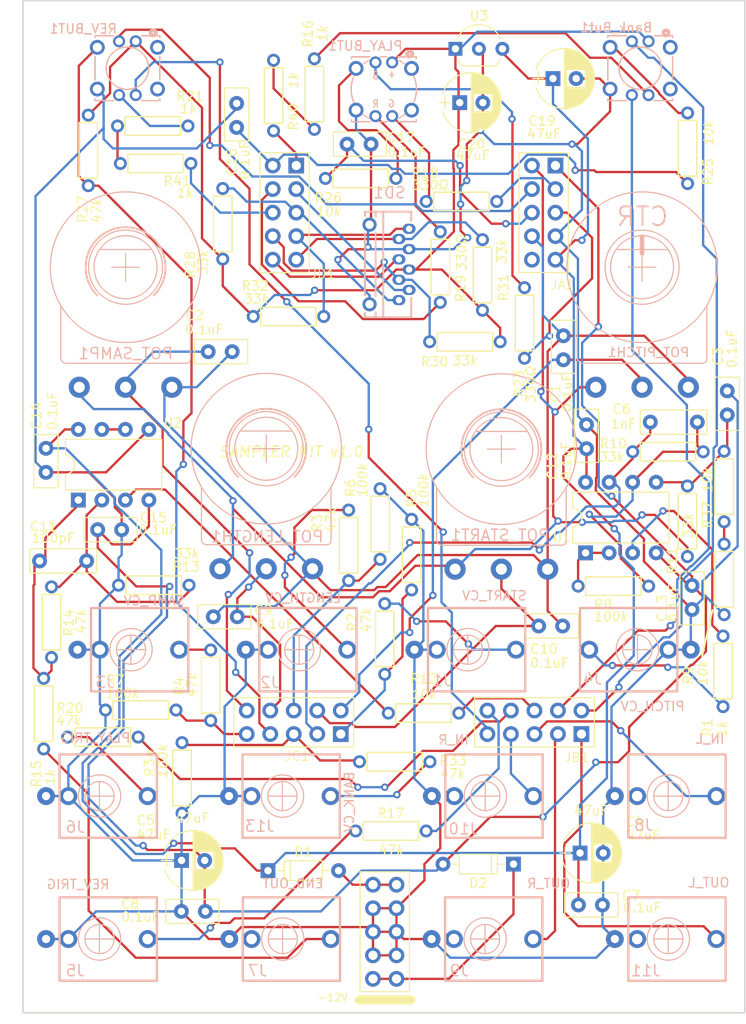
<source format=kicad_pcb>
(kicad_pcb (version 20221018) (generator pcbnew)
  (layers (0 "F.Cu" signal) (31 "B.Cu" signal) (34 "B.Paste" user) (35 "F.Paste" user) (36 "B.SilkS" user "B.Silkscreen") (37 "F.SilkS" user "F.Silkscreen") (38 "B.Mask" user) (39 "F.Mask" user) (44 "Edge.Cuts" user))
  (net 0 "")
  (net 1 "GND")
  (net 2 "+3V3")
  (net 3 "/A4")
  (net 4 "GNDADC")
  (net 5 "/A5")
  (net 6 "Net-(Bank_But1-B)")
  (net 7 "+12V")
  (net 8 "-12VA")
  (net 9 "/A2")
  (net 10 "/A7")
  (net 11 "/A6")
  (net 12 "Net-(R16-Pad1)")
  (net 13 "Net-(C11-Pad2)")
  (net 14 "/D6")
  (net 15 "/D8")
  (net 16 "/A9")
  (net 17 "Net-(R21-Pad1)")
  (net 19 "Net-(Bank_But1-POLE-A)")
  (net 21 "Net-(U1B-+)")
  (net 22 "Net-(U1B--)")
  (net 23 "/D15")
  (net 24 "/D13")
  (net 25 "/AUDIO_IN2")
  (net 26 "Net-(U2A--)")
  (net 27 "/AUDIO_OUT1")
  (net 28 "Net-(D1-A)")
  (net 29 "Net-(D2-K)")
  (net 30 "/AUDIO_OUT2")
  (net 31 "Net-(J1-SIG)")
  (net 32 "/AUDIO_IN1")
  (net 33 "VREF+")
  (net 34 "/D11")
  (net 35 "/D10")
  (net 36 "/D14")
  (net 37 "/D12")
  (net 38 "/Unused(5V)")
  (net 39 "/D0")
  (net 40 "/D1")
  (net 41 "/D3")
  (net 42 "/D2")
  (net 43 "/D5")
  (net 44 "/D19")
  (net 45 "/D18")
  (net 46 "/D7")
  (net 47 "/D17")
  (net 48 "/D16")
  (net 49 "/D9")
  (net 50 "/A0")
  (net 51 "/A1")
  (net 52 "/A3")
  (net 53 "/A8")
  (net 54 "Net-(J2-SIG)")
  (net 55 "Net-(J3-SIG)")
  (net 56 "Net-(J4-SIG)")
  (net 58 "Net-(J7-SIG)")
  (net 63 "Net-(J13-SIG)")
  (net 64 "Net-(PLAY_BUT1-B)")
  (net 65 "Net-(PLAY_BUT1-R)")
  (net 66 "Net-(PLAY_BUT1-G)")
  (net 68 "Net-(PLAY_BUT1-POLE-A)")
  (net 70 "Net-(U1A-+)")
  (net 71 "Net-(U1A--)")
  (net 72 "Net-(R37-Pad1)")
  (net 73 "Net-(U2A-+)")
  (net 74 "Net-(REV_BUT1-R)")
  (net 75 "/D4")
  (net 78 "Net-(U2B--)")
  (net 79 "Net-(J5-SIG)")
  (net 80 "Net-(J6-SIG)")
  (footprint "4ms_Resistor:R_Axial_DIN0207_L6.3mm_D2.5mm_P7.62mm_Horizontal" (layer "F.Cu") (at 51.77 102.02)
    (fp_text reference "R17")
    (fp_text value "47k_TH0.125")
  )
  (footprint "4ms_Capacitor:C_Disc_P2.54mm" (layer "F.Cu") (at 73.349 110)
    (fp_text reference "C7")
    (fp_text value "0.1uF_Disc_TH" hide)
  )
  (footprint "4ms_Capacitor:C_Disc_P2.54mm" (layer "F.Cu") (at 48.349 27.9)
    (fp_text reference "C17")
    (fp_text value "0.1uF_Disc_TH" hide)
  )
  (footprint "4ms_Resistor:R_Axial_DIN0207_L6.3mm_D2.5mm_P7.62mm_Horizontal" (layer "F.Cu") (at 48.5 31.6 180)
    (fp_text reference "R26")
    (fp_text value "10k_TH0.125")
  )
  (footprint "4ms_Resistor:R_Axial_DIN0207_L6.3mm_D2.5mm_P7.62mm_Horizontal" (layer "F.Cu") (at 51.1 81.3 -90)
    (fp_text reference "R2")
    (fp_text value "47k_TH0.125")
  )
  (footprint "4ms_Resistor:R_Axial_DIN0207_L6.3mm_D2.5mm_P7.62mm_Horizontal" (layer "F.Cu") (at 87.77 64.85 90)
    (fp_text reference "R37")
    (fp_text value "10k_TH0.125")
  )
  (footprint "4ms_Diode:D_DO-35_P7.62mm_Horizontal" (layer "F.Cu") (at 61.2 105.6 180)
    (fp_text reference "D2")
    (fp_text value "SB140-E3_TH")
  )
  (footprint "4ms_Resistor:R_Axial_DIN0207_L6.3mm_D2.5mm_P7.62mm_Horizontal" (layer "F.Cu") (at 52.18 94.55 180)
    (fp_text reference "R33")
    (fp_text value "47k_TH0.125")
  )
  (footprint "4ms_Connector:Socket_2x05_2.54mm_TH" (layer "F.Cu") (at 41.271978 90.2938 -90)
    (fp_text reference "JC1")
    (fp_text value "Socket_02x05_P2.54mm_TH")
  )
  (footprint "4ms_Resistor:R_Axial_DIN0207_L6.3mm_D2.5mm_P7.62mm_Horizontal" (layer "F.Cu") (at 43.5 22.5 90)
    (fp_text reference "R16")
    (fp_text value "1k_TH0.125")
  )
  (footprint "4ms_Capacitor:C_Disc_P2.54mm" (layer "F.Cu") (at 70.4 49.851 90)
    (fp_text reference "C1")
    (fp_text value "0.1uF_Disc_TH" hide)
  )
  (footprint "4ms_Capacitor:CP_Radial_P2.5mm" (layer "F.Cu") (at 72.2 104.4)
    (fp_text reference "C4")
    (fp_text value "47uF_16V_TH" hide)
  )
  (footprint "4ms_Resistor:R_Axial_DIN0207_L6.3mm_D2.5mm_P7.62mm_Horizontal" (layer "F.Cu") (at 54 72.2 -90)
    (fp_text reference "R5")
    (fp_text value "100k_TH0.125")
  )
  (footprint "4ms_Resistor:R_Axial_DIN0207_L6.3mm_D2.5mm_P7.62mm_Horizontal" (layer "F.Cu") (at 15.1 79.49 -90)
    (fp_text reference "R14")
    (fp_text value "47k_TH0.125")
  )
  (footprint "4ms_Resistor:R_Axial_DIN0207_L6.3mm_D2.5mm_P7.62mm_Horizontal" (layer "F.Cu") (at 83.8168 28.3496 -90)
    (fp_text reference "R25")
    (fp_text value "10k_TH0.125")
  )
  (footprint "4ms_Capacitor:C_Disc_P2.54mm" (layer "F.Cu") (at 21.41 69.51)
    (fp_text reference "C15")
    (fp_text value "0.1uF_Disc_TH" hide)
  )
  (footprint "4ms_Capacitor:CP_Radial_P2.5mm" (layer "F.Cu") (at 69.275 20.825)
    (fp_text reference "C19")
    (fp_text value "47uF_16V_TH" hide)
  )
  (footprint "4ms_Capacitor:CP_Radial_P2.5mm" (layer "F.Cu") (at 59.2 23.425)
    (fp_text reference "C20")
    (fp_text value "47uF_16V_TH" hide)
  )
  (footprint "4ms_Diode:D_DO-35_P7.62mm_Horizontal" (layer "F.Cu") (at 42.3 106.3)
    (fp_text reference "D1")
    (fp_text value "SB140-E3_TH")
  )
  (footprint "4ms_Capacitor:C_Disc_P2.54mm" (layer "F.Cu") (at 84.3 76.849 -90)
    (fp_text reference "C13")
    (fp_text value "0.1uF_Disc_TH" hide)
  )
  (footprint "4ms_Resistor:R_Axial_DIN0207_L6.3mm_D2.5mm_P7.62mm_Horizontal" (layer "F.Cu") (at 66.2 47.2 -90)
    (fp_text reference "R23")
    (fp_text value "330Ω_TH0.125")
  )
  (footprint "4ms_Capacitor:C_Disc_P2.54mm" (layer "F.Cu") (at 33.851 78.9 180)
    (fp_text reference "C9")
    (fp_text value "0.1uF_Disc_TH" hide)
  )
  (footprint "4ms_Package_DIP:DIP-8pin_TH" (layer "F.Cu") (at 72.8 72.01 90)
    (fp_text reference "U1")
    (fp_text value "TL072_TH")
  )
  (footprint "4ms_Resistor:R_Axial_DIN0207_L6.3mm_D2.5mm_P7.62mm_Horizontal" (layer "F.Cu") (at 59.763 49.2284 180)
    (fp_text reference "R30")
    (fp_text value "33k_TH0.125")
  )
  (footprint "4ms_Resistor:R_Axial_DIN0207_L6.3mm_D2.5mm_P7.62mm_Horizontal" (layer "F.Cu") (at 26.04 25.94)
    (fp_text reference "R21")
    (fp_text value "1k_TH0.125")
  )
  (footprint "4ms_Resistor:R_Axial_DIN0207_L6.3mm_D2.5mm_P7.62mm_Horizontal" (layer "F.Cu") (at 20.65 91.89)
    (fp_text reference "R20")
    (fp_text value "47k_TH0.125")
  )
  (footprint "4ms_Connector:Pins_2x05_2.54mm_TH_Europower" (layer "F.Cu") (at 51.1 112.9)
    (fp_text reference "J14" hide)
    (fp_text value "Eurorack_Power_10pin_Unshrouded")
  )
  (footprint "4ms_Resistor:R_Axial_DIN0207_L6.3mm_D2.5mm_P7.62mm_Horizontal" (layer "F.Cu") (at 32.3 86.3 -90)
    (fp_text reference "R4")
    (fp_text value "47k_TH0.125")
  )
  (footprint "4ms_Resistor:R_Axial_DIN0207_L6.3mm_D2.5mm_P7.62mm_Horizontal" (layer "F.Cu") (at 33.6 36.5 90)
    (fp_text reference "R28")
    (fp_text value "33k_TH0.125")
  )
  (footprint "4ms_Resistor:R_Axial_DIN0207_L6.3mm_D2.5mm_P7.62mm_Horizontal" (layer "F.Cu") (at 39.09 22.66 90)
    (fp_text reference "R40")
    (fp_text value "1k_TH0.125")
  )
  (footprint "4ms_Resistor:R_Axial_DIN0207_L6.3mm_D2.5mm_P7.62mm_Horizontal" (layer "F.Cu") (at 87.65 84.79 90)
    (fp_text reference "R1")
    (fp_text value "1k_TH0.125")
  )
  (footprint "4ms_Resistor:R_Axial_DIN0207_L6.3mm_D2.5mm_P7.62mm_Horizontal" (layer "F.Cu") (at 26.35 29.99 180)
    (fp_text reference "R41")
    (fp_text value "1k_TH0.125")
  )
  (footprint "4ms_Resistor:R_Axial_DIN0207_L6.3mm_D2.5mm_P7.62mm_Horizontal" (layer "F.Cu") (at 55.3 89.3 180)
    (fp_text reference "R12")
    (fp_text value "10k_TH0.125")
  )
  (footprint "4ms_Capacitor:C_Disc_P2.54mm" (layer "F.Cu") (at 30.4 110.7 180)
    (fp_text reference "C8")
    (fp_text value "0.1uF_Disc_TH" hide)
  )
  (footprint "4ms_Resistor:R_Axial_DIN0207_L6.3mm_D2.5mm_P7.62mm_Horizontal" (layer "F.Cu") (at 19.0722 28.5782 -90)
    (fp_text reference "R27")
    (fp_text value "47k_TH0.125")
  )
  (footprint "4ms_Capacitor:C_Disc_P5.08mm" (layer "F.Cu") (at 82.3 57.9)
    (fp_text reference "C6")
    (fp_text value "1nF_Disc_TH" hide)
  )
  (footprint "4ms_Resistor:R_Axial_DIN0207_L6.3mm_D2.5mm_P7.62mm_Horizontal" (layer "F.Cu") (at 50.6 68.9 -90)
    (fp_text reference "R6")
    (fp_text value "100k_TH0.125")
  )
  (footprint "4ms_Resistor:R_Axial_DIN0207_L6.3mm_D2.5mm_P7.62mm_Horizontal" (layer "F.Cu") (at 87.77 74.87 90)
    (fp_text reference "R9")
    (fp_text value "10k_TH0.125")
  )
  (footprint "4ms_Resistor:R_Axial_DIN0207_L6.3mm_D2.5mm_P7.62mm_Horizontal" (layer "F.Cu") (at 40.7 46.5)
    (fp_text reference "R32")
    (fp_text value "33k_TH0.125")
  )
  (footprint "4ms_Capacitor:C_Disc_P2.54mm" (layer "F.Cu") (at 33.349 50.3)
    (fp_text reference "C2")
    (fp_text value "0.1uF_Disc_TH" hide)
  )
  (footprint "4ms_Resistor:R_Axial_DIN0207_L6.3mm_D2.5mm_P7.62mm_Horizontal" (layer "F.Cu") (at 26.15 75.5)
    (fp_text reference "R13")
    (fp_text value "33k_TH0.125")
  )
  (footprint "4ms_Resistor:R_Axial_DIN0207_L6.3mm_D2.5mm_P7.62mm_Horizontal" (layer "F.Cu") (at 57.1 41.17 90)
    (fp_text reference "R19")
    (fp_text value "330Ω_TH0.125")
  )
  (footprint "4ms_Capacitor:CP_Radial_P2.5mm" (layer "F.Cu") (at 29.15 105.2)
    (fp_text reference "C5")
    (fp_text value "47uF_16V_TH" hide)
  )
  (footprint "4ms_Capacitor:C_Disc_P2.54mm" (layer "F.Cu") (at 14.5 62.049 -90)
    (fp_text reference "C14")
    (fp_text value "0.1uF_Disc_TH" hide)
  )
  (footprint "4ms_Resistor:R_Axial_DIN0207_L6.3mm_D2.5mm_P7.62mm_Horizontal" (layer "F.Cu") (at 29.2 96.3 90)
    (fp_text reference "R34")
    (fp_text value "100k_TH0.125")
  )
  (footprint "4ms_Connector:Socket_2x05_2.54mm_TH" (layer "F.Cu") (at 68.272 35.293808)
    (fp_text reference "JA1")
    (fp_text value "Socket_02x05_P2.54mm_TH")
  )
  (footprint "4ms_Resistor:R_Axial_DIN0207_L6.3mm_D2.5mm_P7.62mm_Horizontal" (layer "F.Cu") (at 61.66 42.02 90)
    (fp_text reference "R31")
    (fp_text value "33k_TH0.125")
  )
  (footprint "4ms_Package_DIP:DIP-8pin_TH" (layer "F.Cu") (at 18 66.31 90)
    (fp_text reference "U2")
    (fp_text value "TL072_TH")
  )
  (footprint "4ms_Resistor:R_Axial_DIN0207_L6.3mm_D2.5mm_P7.62mm_Horizontal" (layer "F.Cu") (at 24.74 88.97)
    (fp_text reference "R7")
    (fp_text value "100k_TH0.125")
  )
  (footprint "Package_TO_SOT_THT:TO-92_Inline_Wide" (layer "F.Cu") (at 58.735 17.6175)
    (fp_text reference "U3")
    (fp_text value "AP7381-33V-A")
  )
  (footprint "4ms_Capacitor:C_Disc_P2.54mm" (layer "F.Cu") (at 72.9 59.451 90)
    (fp_text reference "C12")
    (fp_text value "0.1uF_Disc_TH" hide)
  )
  (footprint "4ms_Capacitor:C_Disc_P2.54mm" (layer "F.Cu") (at 35.1 24.7792 90)
    (fp_text reference "C16")
    (fp_text value "0.1uF_Disc_TH" hide)
  )
  (footprint "4ms_Resistor:R_Axial_DIN0207_L6.3mm_D2.5mm_P7.62mm_Horizontal" (layer "F.Cu") (at 83.8 68.6 -90)
    (fp_text reference "R11")
    (fp_text value "33k_TH0.125")
  )
  (footprint "4ms_Resistor:R_Axial_DIN0207_L6.3mm_D2.5mm_P7.62mm_Horizontal" (layer "F.Cu") (at 81.7 61.1)
    (fp_text reference "R10")
    (fp_text value "33k_TH0.125")
  )
  (footprint "4ms_Resistor:R_Axial_DIN0207_L6.3mm_D2.5mm_P7.62mm_Horizontal" (layer "F.Cu") (at 14.25 89.36 -90)
    (fp_text reference "R15")
    (fp_text value "1k_TH0.125")
  )
  (footprint "4ms_Capacitor:C_Disc_P5.08mm" (layer "F.Cu") (at 16.38 72.88 180)
    (fp_text reference "C11")
    (fp_text value "100pF_Disc_TH" hide)
  )
  (footprint "4ms_Resistor:R_Axial_DIN0207_L6.3mm_D2.5mm_P7.62mm_Horizontal" (layer "F.Cu") (at 59.39 34.09 180)
    (fp_text reference "R18")
    (fp_text value "330Ω_TH0.125")
  )
  (footprint "4ms_Connector:Socket_2x05_2.54mm_TH" (layer "F.Cu") (at 67.272002 90.2938 -90)
    (fp_text reference "JB1")
    (fp_text value "Socket_02x05_P2.54mm_TH")
  )
  (footprint "4ms_Resistor:R_Axial_DIN0207_L6.3mm_D2.5mm_P7.62mm_Horizontal" (layer "F.Cu") (at 75.8 75.6)
    (fp_text reference "R8")
    (fp_text value "100k_TH0.125")
  )
  (footprint "4ms_Capacitor:C_Disc_P2.54mm" (layer "F.Cu") (at 88.1 55.849 -90)
    (fp_text reference "C3")
    (fp_text value "0.1uF_Disc_TH" hide)
  )
  (footprint "4ms_Connector:Socket_2x05_2.54mm_TH" (layer "F.Cu") (at 40.27198 35.293808)
    (fp_text reference "JD1")
    (fp_text value "Socket_02x05_P2.54mm_TH")
  )
  (footprint "4ms_Resistor:R_Axial_DIN0207_L6.3mm_D2.5mm_P7.62mm_Horizontal" (layer "F.Cu") (at 47.2 71.2 -90)
    (fp_text reference "R3")
    (fp_text value "47k_TH0.125")
  )
  (footprint "4ms_Capacitor:C_Disc_P2.54mm" (layer "F.Cu") (at 69.049 79.9)
    (fp_text reference "C10")
    (fp_text value "0.1uF_Disc_TH" hide)
  )
  (footprint "4ms_Jack:EighthInch_PJ398SM" (layer "B.Cu") (at 61.957 98.257236 180)
    (fp_text reference "J10")
    (fp_text value "3.5mm_Mono_Switched")
  )
  (footprint "4ms_Switch:Button_RgbLED_SPST_TC002" (layer "B.Cu") (at 78.7 19.707236 180)
    (fp_text reference "Bank_But1")
    (fp_text value "Button_SPST_RGB_5.4mmCap")
  )
  (footprint "4ms_Connector_Card:CardSlot_MicroSD_YamaichiPJS008U-3000" (layer "B.Cu") (at 51.01 41.29 90)
    (fp_text reference "SD1")
    (fp_text value "microSDCon_Vert_TH_PJS008U-3000")
  )
  (footprint "4ms_Potentiometer:Pot_16mm_NoDet_RV16AF-4A" (layer "B.Cu") (at 38.3 60.77 180)
    (fp_text reference "POT_LENGTH1")
    (fp_text value "16mm_NoDet_10k")
  )
  (footprint "4ms_Jack:EighthInch_PJ398SM" (layer "B.Cu") (at 41.85 82.457236 180)
    (fp_text reference "J2")
    (fp_text value "3.5mm_Mono_Switched")
  )
  (footprint "4ms_Potentiometer:Pot_16mm_CtrDet_RV16AF-4A" (layer "B.Cu") (at 78.9 41.182236 180)
    (fp_text reference "POT_PITCH1")
    (fp_text value "16mm_CtrDet_10k")
  )
  (footprint "4ms_Jack:EighthInch_PJ398SM" (layer "B.Cu") (at 40.07 113.682236 180)
    (fp_text reference "J7")
    (fp_text value "3.5mm_Mono_Switched")
  )
  (footprint "4ms_Jack:EighthInch_PJ398SM" (layer "B.Cu") (at 20.275 98.257236 180)
    (fp_text reference "J6")
    (fp_text value "3.5mm_Mono_Switched")
  )
  (footprint "4ms_Jack:EighthInch_PJ398SM" (layer "B.Cu") (at 78.4 82.457236)
    (fp_text reference "J4")
    (fp_text value "3.5mm_Mono_Switched")
  )
  (footprint "4ms_Switch:Button_RgbLED_SPST_TC002" (layer "B.Cu") (at 23.3 19.707236 180)
    (fp_text reference "REV_BUT1")
    (fp_text value "Button_SPST_RGB_5.4mmCap")
  )
  (footprint "4ms_Jack:EighthInch_PJ398SM" (layer "B.Cu") (at 20.275 113.682236 180)
    (fp_text reference "J5")
    (fp_text value "3.5mm_Mono_Switched")
  )
  (footprint "4ms_Jack:EighthInch_PJ398SM" (layer "B.Cu") (at 61.93 113.682236 180)
    (fp_text reference "J9")
    (fp_text value "3.5mm_Mono_Switched")
  )
  (footprint "4ms_Jack:EighthInch_PJ398SM" (layer "B.Cu") (at 81.725 98.257236 180)
    (fp_text reference "J8")
    (fp_text value "3.5mm_Mono_Switched")
  )
  (footprint "4ms_Jack:EighthInch_PJ398SM" (layer "B.Cu") (at 60.075 82.457236 180)
    (fp_text reference "J1")
    (fp_text value "3.5mm_Mono_Switched")
  )
  (footprint "4ms_Jack:EighthInch_PJ398SM" (layer "B.Cu") (at 81.725 113.682236 180)
    (fp_text reference "J11")
    (fp_text value "3.5mm_Mono_Switched")
  )
  (footprint "4ms_Jack:EighthInch_PJ398SM" (layer "B.Cu") (at 40.043 98.257236 180)
    (fp_text reference "J13")
    (fp_text value "3.5mm_Mono_Switched")
  )
  (footprint "4ms_Potentiometer:Pot_16mm_NoDet_RV16AF-4A" (layer "B.Cu") (at 63.7 60.814319 180)
    (fp_text reference "POT_START1")
    (fp_text value "16mm_NoDet_10k")
  )
  (footprint "4ms_Switch:Button_RgbLED_SPST_PB615303HL-7mm" (layer "B.Cu") (at 51 21.982236 180)
    (fp_text reference "PLAY_BUT1")
    (fp_text value "Button_SPST_RGB_7mmCap")
  )
  (footprint "4ms_Potentiometer:Pot_16mm_NoDet_RV16AF-4A" (layer "B.Cu") (at 23.1 41.182236 180)
    (fp_text reference "POT_SAMP1")
    (fp_text value "16mm_NoDet_10k")
  )
  (footprint "4ms_Jack:EighthInch_PJ398SM" (layer "B.Cu") (at 23.675 82.457236 180)
    (fp_text reference "J3")
    (fp_text value "3.5mm_Mono_Switched")
  )
  (gr_line (start 86.5 78.2) (end 85.39 83.155) (stroke (width 0.2)) (layer "F.SilkS"))
  (gr_line (start 89.989 121.6438) (end 89.989 12.4238) (stroke (width 0.15)) (layer "Edge.Cuts"))
  (gr_line (start 12.011 121.6438) (end 89.989 121.6438) (stroke (width 0.15)) (layer "Edge.Cuts"))
  (gr_line (start 12.011 12.4238) (end 89.989 12.4238) (stroke (width 0.15)) (layer "Edge.Cuts"))
  (gr_line (start 12.011 121.6438) (end 12.011 12.4238) (stroke (width 0.15)) (layer "Edge.Cuts"))
  (gr_text "REV_TRIG" (at 14.5 107.2) (layer "B.SilkS") (effects (font (size 1 1)) (justify right top mirror)))
  (gr_text "IN_L" (at 84.6 91.5) (layer "B.SilkS") (effects (font (size 1 1)) (justify right top mirror)))
  (gr_text "END_OUT" (at 37.8 107.1) (layer "B.SilkS") (effects (font (size 1 1)) (justify right top mirror)))
  (gr_text "BANK_CV" (at 46.69 102.24 90) (layer "B.SilkS") (effects (font (size 1 1)) (justify right top mirror)))
  (gr_text "OUT_L" (at 83.8 107) (layer "B.SilkS") (effects (font (size 1 1)) (justify right top mirror)))
  (gr_text "START_CV" (at 59.37 76.05) (layer "B.SilkS") (effects (font (size 1 1)) (justify right top mirror)))
  (gr_text "OUT_R" (at 66.4 107.1) (layer "B.SilkS") (effects (font (size 1 1)) (justify right top mirror)))
  (gr_text "LENGTH_CV" (at 38.1 76.3) (layer "B.SilkS") (effects (font (size 1 1)) (justify right top mirror)))
  (gr_text "IN_R" (at 56.8 91.6) (layer "B.SilkS") (effects (font (size 1 1)) (justify right top mirror)))
  (gr_text "SAMP_CV" (at 22.8 76.6) (layer "B.SilkS") (effects (font (size 1 1)) (justify right top mirror)))
  (gr_text "PLAY_TRIG" (at 16 91.4) (layer "B.SilkS") (effects (font (size 1 1)) (justify right top mirror)))
  (gr_text "PITCH_CV" (at 76.5 88) (layer "B.SilkS") (effects (font (size 1 1)) (justify right top mirror)))
  (gr_text "SAMPLER KIT v1.0" (at 41 61.1) (layer "F.SilkS") (effects (font (size 1.143 1.143) (thickness 0.1778) italic)))
  (segment (start 25.62 58.69) (end 20.991 63.319) (width 0.25) (layer "F.Cu") (net 1))
  (segment (start 53.152236 113.682236) (end 52.37 112.9) (width 0.25) (layer "F.Cu") (net 1))
  (segment (start 49.83 115.44) (end 52.37 115.44) (width 0.25) (layer "F.Cu") (net 1))
  (segment (start 29.13 110.7) (end 32.112236 113.682236) (width 0.25) (layer "F.Cu") (net 1))
  (segment (start 71.775 20.825) (end 74.317764 20.825) (width 0.25) (layer "F.Cu") (net 1))
  (segment (start 49.83 110.36) (end 49.83 112.9) (width 0.25) (layer "F.Cu") (net 1))
  (segment (start 21.955 67.125) (end 22.68 67.85) (width 0.25) (layer "F.Cu") (net 1))
  (segment (start 73.925 64.855991) (end 73.9 64.880991) (width 0.25) (layer "F.Cu") (net 1))
  (segment (start 49.83 112.9) (end 52.37 112.9) (width 0.25) (layer "F.Cu") (net 1))
  (segment (start 57.1 103.88) (end 55.39 105.59) (width 0.25) (layer "F.Cu") (net 1))
  (segment (start 79.1 70.5) (end 79.1 72.919) (width 0.25) (layer "F.Cu") (net 1))
  (segment (start 75.45 21.957236) (end 75.45 24.37) (width 0.25) (layer "F.Cu") (net 1))
  (segment (start 14.5 63.319) (end 18.76 63.319) (width 0.25) (layer "F.Cu") (net 1))
  (segment (start 56.1642 113.682236) (end 53.152236 113.682236) (width 0.25) (layer "F.Cu") (net 1))
  (segment (start 35.5944 112.392036) (end 49.322036 112.392036) (width 0.25) (layer "F.Cu") (net 1))
  (segment (start 46.042701 40.367299) (end 47.161787 39.248213) (width 0.25) (layer "F.Cu") (net 1))
  (segment (start 61.45 26.425) (end 61.7 26.175) (width 0.25) (layer "F.Cu") (net 1))
  (segment (start 49.051787 39.248213) (end 49.29 39.01) (width 0.25) (layer "F.Cu") (net 1))
  (segment (start 19.139991 63.319) (end 21.955 66.134009) (width 0.25) (layer "F.Cu") (net 1))
  (segment (start 60.057299 38.002701) (end 59.2945 37.239902) (width 0.25) (layer "F.Cu") (net 1))
  (segment (start 59.9645 27.9105) (end 61.45 26.425) (width 0.25) (layer "F.Cu") (net 1))
  (segment (start 71.325 27.9) (end 71.92 27.9) (width 0.25) (layer "F.Cu") (net 1))
  (segment (start 32.112236 113.682236) (end 34.3042 113.682236) (width 0.25) (layer "F.Cu") (net 1))
  (segment (start 59.9645 31.8245) (end 59.9645 27.9105) (width 0.25) (layer "F.Cu") (net 1))
  (segment (start 49.619 27.9) (end 49.619 36.43848) (width 0.25) (layer "F.Cu") (net 1))
  (segment (start 52.37 115.44) (end 52.37 112.9) (width 0.25) (layer "F.Cu") (net 1))
  (segment (start 79.1 72.919) (end 84.3 78.119) (width 0.25) (layer "F.Cu") (net 1))
  (segment (start 18.76 63.319) (end 19.139991 63.319) (width 0.25) (layer "F.Cu") (net 1))
  (segment (start 74.317764 20.825) (end 75.45 21.957236) (width 0.25) (layer "F.Cu") (net 1))
  (segment (start 47.161787 39.248213) (end 49.051787 39.248213) (width 0.25) (layer "F.Cu") (net 1))
  (segment (start 61.7 18.0425) (end 61.275 17.6175) (width 0.25) (layer "F.Cu") (net 1))
  (segment (start 61.7 26.175) (end 61.7 18.0425) (width 0.25) (layer "F.Cu") (net 1))
  (segment (start 20.991 63.319) (end 18.76 63.319) (width 0.25) (layer "F.Cu") (net 1))
  (segment (start 55.39 105.59) (end 55.39 107.34) (width 0.25) (layer "F.Cu") (net 1))
  (segment (start 57.1 99.166036) (end 57.1 103.88) (width 0.25) (layer "F.Cu") (net 1))
  (segment (start 21.955 66.134009) (end 21.955 67.125) (width 0.25) (layer "F.Cu") (net 1))
  (segment (start 72.9 58.181) (end 74.025 59.306) (width 0.25) (layer "F.Cu") (net 1))
  (segment (start 52.37 110.36) (end 49.83 110.36) (width 0.25) (layer "F.Cu") (net 1))
  (segment (start 34.3042 113.682236) (end 35.5944 112.392036) (width 0.25) (layer "F.Cu") (net 1))
  (segment (start 59.2945 37.239902) (end 59.2945 34.389) (width 0.25) (layer "F.Cu") (net 1))
  (segment (start 74.025 59.306) (end 74.025 63.824009) (width 0.25) (layer "F.Cu") (net 1))
  (segment (start 22.68 69.51) (end 22.68 67.85) (width 0.25) (layer "F.Cu") (net 1))
  (segment (start 74.025 63.824009) (end 73.925 63.924009) (width 0.25) (layer "F.Cu") (net 1))
  (segment (start 73.9 64.880991) (end 73.9 65.3) (width 0.25) (layer "F.Cu") (net 1))
  (segment (start 49.83 112.9) (end 49.83 115.44) (width 0.25) (layer "F.Cu") (net 1))
  (segment (start 56.1912 98.257236) (end 57.1 99.166036) (width 0.25) (layer "F.Cu") (net 1))
  (segment (start 71.92 27.9) (end 75.45 24.37) (width 0.25) (layer "F.Cu") (net 1))
  (segment (start 73.9 65.3) (end 79.1 70.5) (width 0.25) (layer "F.Cu") (net 1))
  (segment (start 55.39 107.34) (end 52.37 110.36) (width 0.25) (layer "F.Cu") (net 1))
  (segment (start 73.925 63.924009) (end 73.925 64.855991) (width 0.25) (layer "F.Cu") (net 1))
  (segment (start 52.37 112.9) (end 52.37 110.36) (width 0.25) (layer "F.Cu") (net 1))
  (via (at 71.325 27.9) (size 0.8) (drill 0.4) (layers "F.Cu" "B.Cu") (net 1))
  (via (at 61.45 26.425) (size 0.8) (drill 0.4) (layers "F.Cu" "B.Cu") (net 1))
  (via (at 49.29 39.01) (size 0.8) (drill 0.4) (layers "F.Cu" "B.Cu") (net 1))
  (via (at 59.2945 34.389) (size 0.8) (drill 0.4) (layers "F.Cu" "B.Cu") (net 1))
  (via (at 59.9645 31.8245) (size 0.8) (drill 0.4) (layers "F.Cu" "B.Cu") (net 1))
  (via (at 46.042701 40.367299) (size 0.8) (drill 0.4) (layers "F.Cu" "B.Cu") (net 1))
  (via (at 60.057299 38.002701) (size 0.8) (drill 0.4) (layers "F.Cu" "B.Cu") (net 1))
  (segment (start 59.2945 34.389) (end 59.2945 32.4945) (width 0.25) (layer "B.Cu") (net 1))
  (segment (start 30.7866 28.37) (end 35.1 24.0566) (width 0.25) (layer "B.Cu") (net 1))
  (segment (start 22.68 72.23) (end 22.34 72.57) (width 0.25) (layer "B.Cu") (net 1))
  (segment (start 49.520143 39.240143) (end 49.29 39.01) (width 0.25) (layer "B.Cu") (net 1))
  (segment (start 46.042701 40.819127) (end 49.46008 44.236506) (width 0.25) (layer "B.Cu") (net 1))
  (segment (start 81.7528 82.457236) (end 84.1658 82.457236) (width 0.25) (layer "B.Cu") (net 1))
  (segment (start 20.93 88.97) (end 20.93 90.99) (width 0.25) (layer "B.Cu") (net 1))
  (segment (start 20.73 26.1608) (end 20.73 22.637236) (width 0.25) (layer "B.Cu") (net 1))
  (segment (start 74.619 112.342036) (end 75.9592 113.682236) (width 0.25) (layer "B.Cu") (net 1))
  (segment (start 58.181964 115.7) (end 73.941436 115.7) (width 0.25) (layer "B.Cu") (net 1))
  (segment (start 75.6 88.610036) (end 81.7528 82.457236) (width 0.25) (layer "B.Cu") (net 1))
  (segment (start 73.941436 115.7) (end 75.9592 113.682236) (width 0.25) (layer "B.Cu") (net 1))
  (segment (start 74.7 99.516436) (end 75.9592 98.257236) (width 0.25) (layer "B.Cu") (net 1))
  (segment (start 23.864964 105.2) (end 16.9222 98.257236) (width 0.25) (layer "B.Cu") (net 1))
  (segment (start 85.425 75.085) (end 89.225 71.285) (width 0.25) (layer "B.Cu") (net 1))
  (segment (start 72.9 58.181) (end 71.975 57.256) (width 0.25) (layer "B.Cu") (net 1))
  (segment (start 36.0842 82.457236) (end 36.0842 86.3158) (width 0.25) (layer "B.Cu") (net 1))
  (segment (start 71.975 57.256) (end 71.975 40.266808) (width 0.25) (layer "B.Cu") (net 1))
  (segment (start 85.425 76.31) (end 85.425 76.335) (width 0.25) (layer "B.Cu") (net 1))
  (segment (start 89.225 55.6532) (end 88.1 54.5282) (width 0.25) (layer "B.Cu") (net 1))
  (segment (start 89.225 71.285) (end 89.225 55.6532) (width 0.25) (layer "B.Cu") (net 1))
  (segment (start 49.29 39.01) (end 49.29 36.76748) (width 0.25) (layer "B.Cu") (net 1))
  (segment (start 54 68.39) (end 50.7 65.09) (width 0.25) (layer "B.Cu") (net 1))
  (segment (start 72.4 34.975808) (end 69.542 37.833808) (width 0.25) (layer "B.Cu") (net 1))
  (segment (start 16.9222 113.682236) (end 19.904436 110.7) (width 0.25) (layer "B.Cu") (net 1))
  (segment (start 29.15 105.2) (end 29.15 110.68) (width 0.25) (layer "B.Cu") (net 1))
  (segment (start 74.619 110) (end 74.619 112.342036) (width 0.25) (layer "B.Cu") (net 1))
  (segment (start 85.425 76.31) (end 85.425 75.085) (width 0.25) (layer "B.Cu") (net 1))
  (segment (start 74.7 104.4) (end 74.7 109.919) (width 0.25) (layer "B.Cu") (net 1))
  (segment (start 29.15 105.2) (end 23.864964 105.2) (width 0.25) (layer "B.Cu") (net 1))
  (segment (start 75.6 97.898036) (end 75.6 88.610036) (width 0.25) (layer "B.Cu") (net 1))
  (segment (start 20.73 26.1608) (end 20.6504 26.2404) (width 0.25) (layer "B.Cu") (net 1))
  (segment (start 53.72982 39.240143) (end 49.520143 39.240143) (width 0.25) (layer "B.Cu") (net 1))
  (segment (start 36.0842 86.3158) (end 33.799407 88.600593) (width 0.25) (layer "B.Cu") (net 1))
  (segment (start 56.1912 98.257236) (end 54.3092 96.375236) (width 0.25) (layer "B.Cu") (net 1))
  (segment (start 29.2 100.11) (end 31.052764 98.257236) (width 0.25) (layer "B.Cu") (net 1))
  (segment (start 20.3222 88.3622) (end 20.93 88.97) (width 0.25) (layer "B.Cu") (net 1))
  (segment (start 21.74 28.37) (end 30.7866 28.37) (width 0.25) (layer "B.Cu") (net 1))
  (segment (start 49.46008 44.236506) (end 49.46008 45.1826) (width 0.25) (layer "B.Cu") (net 1))
  (segment (start 72.4 28.674695) (end 72.4 34.975808) (width 0.25) (layer "B.Cu") (net 1))
  (segment (start 62.925 27.9) (end 61.45 26.425) (width 0.25) (layer "B.Cu") (net 1))
  (segment (start 60.057299 38.002701) (end 59.787299 38.002701) (width 0.25) (layer "B.Cu") (net 1))
  (segment (start 74.7 104.4) (end 74.7 99.516436) (width 0.25) (layer "B.Cu") (net 1))
  (segment (start 13.375 62.194) (end 13.375 33.5158) (width 0.25) (layer "B.Cu") (net 1))
  (segment (start 59.2945 32.4945) (end 59.9645 31.8245) (width 0.25) (layer "B.Cu") (net 1))
  (segment (start 46.042701 40.367299) (end 46.042701 40.819127) (width 0.25) (layer "B.Cu") (net 1))
  (segment (start 71.325 27.9) (end 62.925 27.9) (width 0.25) (layer "B.Cu") (net 1))
  (segment (start 84.1658 82.457236) (end 84.1658 78.2532) (width 0.25) (layer "B.Cu") (net 1))
  (segment (start 14.5092 113.682236) (end 16.9222 113.682236) (width 0.25) (layer "B.Cu") (net 1))
  (segment (start 22.34 72.57) (end 22.34 75.5) (width 0.25) (layer "B.Cu") (net 1))
  (segment (start 55.274399 81.492037) (end 55.274399 69.664399) (width 0.25) (layer "B.Cu") (net 1))
  (segment (start 20.3222 82.457236) (end 20.3222 88.3622) (width 0.25) (layer "B.Cu") (net 1))
  (segment (start 20.73 22.637236) (end 20.05 21.957236) (width 0.25) (layer "B.Cu") (net 1))
  (segment (start 71.325 27.9) (end 71.625305 27.9) (width 0.25) (layer "B.Cu") (net 1))
  (segment (start 20.73 26.1608) (end 20.73 27.36) (width 0.25) (layer "B.Cu") (net 1))
  (segment (start 16.9222 94.9978) (end 20.93 90.99) (width 0.25) (layer "B.Cu") (net 1))
  (segment (start 54.3092 96.375236) (end 54.3092 82.457236) (width 0.25) (layer "B.Cu") (net 1))
  (segment (start 20.3222 77.5178) (end 22.34 75.5) (width 0.25) (layer "B.Cu") (net 1))
  (segment (start 14.5 63.319) (end 13.375 62.194) (width 0.25) (layer "B.Cu") (net 1))
  (segment (start 71.975 40.266808) (end 69.542 37.833808) (width 0.25) (layer "B.Cu") (net 1))
  (segment (start 56.1642 113.682236) (end 58.181964 115.7) (width 0.25) (layer "B.Cu") (net 1))
  (segment (start 71.625305 27.9) (end 72.4 28.674695) (width 0.25) (layer "B.Cu") (net 1))
  (segment (start 59.787299 38.002701) (end 58.549857 39.240143) (width 0.25) (layer "B.Cu") (net 1))
  (segment (start 20.73 27.36) (end 21.74 28.37) (width 0.25) (layer "B.Cu") (net 1))
  (segment (start 54.3092 82.457236) (end 55.274399 81.492037) (width 0.25) (layer "B.Cu") (net 1))
  (segment (start 19.904436 110.7) (end 29.13 110.7) (width 0.25) (layer "B.Cu") (net 1))
  (segment (start 22.68 69.51) (end 22.68 72.23) (width 0.25) (layer "B.Cu") (net 1))
  (segment (start 58.549857 39.240143) (end 53.72982 39.240143) (width 0.25) (layer "B.Cu") (net 1))
  (segment (start 29.15 105.2) (end 29.15 100.16) (width 0.25) (layer "B.Cu") (net 1))
  (segment (start 85.425 76.335) (end 87.77 78.68) (width 0.25) (layer "B.Cu") (net 1))
  (segment (start 48.004 24.232236) (end 48.004 26.285) (width 0.25) (layer "B.Cu") (net 1))
  (segment (start 31.052764 98.257236) (end 36.6902 98.257236) (width 0.25) (layer "B.Cu") (net 1))
  (segment (start 48.004 26.285) (end 49.619 27.9) (width 0.25) (layer "B.Cu") (net 1))
  (segment (start 13.375 33.5158) (end 20.6504 26.2404) (width 0.25) (layer "B.Cu") (net 1))
  (segment (start 55.274399 69.664399) (end 54 68.39) (width 0.25) (layer "B.Cu") (net 1))
  (segment (start 85.425 76.994) (end 85.425 76.31) (width 0.25) (layer "B.Cu") (net 1))
  (segment (start 33.799407 88.600593) (end 33.799407 97.779443) (width 0.25) (layer "B.Cu") (net 1))
  (segment (start 16.9222 98.257236) (end 14.5092 98.257236) (width 0.25) (layer "B.Cu") (net 1))
  (segment (start 54.3092 82.457236) (end 56.7222 82.457236) (width 0.25) (layer "B.Cu") (net 1))
  (segment (start 16.9222 98.257236) (end 16.9222 94.9978) (width 0.25) (layer "B.Cu") (net 1))
  (segment (start 20.3222 77.5178) (end 20.3222 82.457236) (width 0.25) (layer "B.Cu") (net 1))
  (segment (start 38.4972 82.457236) (end 36.0842 82.457236) (width 0.25) (layer "B.Cu") (net 1))
  (segment (start 17.9092 82.457236) (end 20.3222 82.457236) (width 0.25) (layer "B.Cu") (net 1))
  (segment (start 84.3 78.119) (end 85.425 76.994) (width 0.25) (layer "B.Cu") (net 1))
  (segment (start 33.6 43.21) (end 36.89 46.5) (width 0.25) (layer "F.Cu") (net 2))
  (segment (start 59.075 27.975) (end 59.075 20.115) (width 0.25) (layer "F.Cu") (net 2))
  (segment (start 63.573 49.2284) (end 63.573 47.743) (width 0.25) (layer "F.Cu") (net 2))
  (segment (start 31.36 23.967236) (end 31.36 38.07) (width 0.25) (layer "F.Cu") (net 2))
  (segment (start 54.467411 41.440037) (end 58.57 37.337448) (width 0.25) (layer "F.Cu") (net 2))
  (segment (start 57.270037 41.440037) (end 53.72982 41.440037) (width 0.25) (layer "F.Cu") (net 2))
  (segment (start 58.515 30.520305) (end 58.515 28.535) (width 0.25) (layer "F.Cu") (net 2))
  (segment (start 50.115536 43.67) (end 52.345499 41.440037) (width 0.25) (layer "F.Cu") (net 2))
  (segment (start 61.66 45.83) (end 57.270037 41.440037) (width 0.25) (layer "F.Cu") (net 2))
  (segment (start 53.72982 41.440037) (end 54.467411 41.440037) (width 0.25) (layer "F.Cu") (net 2))
  (segment (start 63.573 47.743) (end 61.66 45.83) (width 0.25) (layer "F.Cu") (net 2))
  (segment (start 52.345499 41.440037) (end 53.72982 41.440037) (width 0.25) (layer "F.Cu") (net 2))
  (segment (start 51.9 19.082236) (end 53.364736 17.6175) (width 0.25) (layer "F.Cu") (net 2))
  (segment (start 58.515 28.535) (end 59.075 27.975) (width 0.25) (layer "F.Cu") (net 2))
  (segment (start 21.425 22.4154) (end 19.0722 24.7682) (width 0.25) (layer "F.Cu") (net 2))
  (segment (start 24.2 16.807236) (end 21.425 19.582236) (width 0.25) (layer "F.Cu") (net 2))
  (segment (start 53.364736 17.6175) (end 58.735 17.6175) (width 0.25) (layer "F.Cu") (net 2))
  (segment (start 58.57 37.337448) (end 58.57 30.575305) (width 0.25) (layer "F.Cu") (net 2))
  (segment (start 58.57 30.575305) (end 58.515 30.520305) (width 0.25) (layer "F.Cu") (net 2))
  (segment (start 31.36 38.07) (end 33.6 40.31) (width 0.25) (layer "F.Cu") (net 2))
  (segment (start 21.425 19.582236) (end 21.425 22.4154) (width 0.25) (layer "F.Cu") (net 2))
  (segment (start 24.2 16.807236) (end 31.36 23.967236) (width 0.25) (layer "F.Cu") (net 2))
  (segment (start 58.735 19.775) (end 58.735 17.6175) (width 0.25) (layer "F.Cu") (net 2))
  (segment (start 33.6 40.31) (end 33.6 43.21) (width 0.25) (layer "F.Cu") (net 2))
  (segment (start 43.53 43.67) (end 50.115536 43.67) (width 0.25) (layer "F.Cu") (net 2))
  (segment (start 59.075 20.115) (end 58.735 19.775) (width 0.25) (layer "F.Cu") (net 2))
  (via (at 43.53 43.67) (size 0.8) (drill 0.4) (layers "F.Cu" "B.Cu") (net 2))
  (segment (start 59.235 17.6175) (end 58.735 17.6175) (width 0.25) (layer "B.Cu") (net 2))
  (segment (start 79.6 16.807236) (end 78.562764 15.77) (width 0.25) (layer "B.Cu") (net 2))
  (segment (start 36.89 46.5) (end 39.205 44.185) (width 0.25) (layer "B.Cu") (net 2))
  (segment (start 61.0825 15.77) (end 59.235 17.6175) (width 0.25) (layer "B.Cu") (net 2))
  (segment (start 39.205 44.185) (end 43.015 44.185) (width 0.25) (layer "B.Cu") (net 2))
  (segment (start 78.562764 15.77) (end 61.0825 15.77) (width 0.25) (layer "B.Cu") (net 2))
  (segment (start 43.015 44.185) (end 43.53 43.67) (width 0.25) (layer "B.Cu") (net 2))
  (segment (start 41.271978 91.5638) (end 44.118178 94.41) (width 0.25) (layer "F.Cu") (net 3))
  (segment (start 40.096978 92.7388) (end 29.4488 92.7388) (width 0.25) (layer "F.Cu") (net 3))
  (segment (start 41.271978 91.5638) (end 40.096978 92.7388) (width 0.25) (layer "F.Cu") (net 3))
  (segment (start 44.118178 94.41) (end 48.23 94.41) (width 0.25) (layer "F.Cu") (net 3))
  (segment (start 49.9665 76.0335) (end 50.3 75.7) (width 0.25) (layer "F.Cu") (net 4))
  (segment (start 54.653681 72.246319) (end 67.178 72.246319) (width 0.25) (layer "F.Cu") (net 4))
  (segment (start 51.2 75.7) (end 54.653681 72.246319) (width 0.25) (layer "F.Cu") (net 4))
  (segment (start 79.144764 48.581) (end 84.7 54.136236) (width 0.25) (layer "F.Cu") (net 4))
  (segment (start 68.7 50.281) (end 70.4 48.581) (width 0.25) (layer "F.Cu") (net 4))
  (segment (start 50.3 75.7) (end 51.2 75.7) (width 0.25) (layer "F.Cu") (net 4))
  (segment (start 43.3 74.1) (end 45.2335 76.0335) (width 0.25) (layer "F.Cu") (net 4))
  (segment (start 68.7 78.281) (end 70.319 79.9) (width 0.25) (layer "F.Cu") (net 4))
  (segment (start 68.7 73.768319) (end 68.7 50.281) (width 0.25) (layer "F.Cu") (net 4))
  (segment (start 70.4 48.581) (end 79.144764 48.581) (width 0.25) (layer "F.Cu") (net 4))
  (segment (start 68.7 73.768319) (end 68.7 78.281) (width 0.25) (layer "F.Cu") (net 4))
  (segment (start 67.178 72.246319) (end 68.7 73.768319) (width 0.25) (layer "F.Cu") (net 4))
  (segment (start 45.2335 76.0335) (end 49.9665 76.0335) (width 0.25) (layer "F.Cu") (net 4))
  (segment (start 43.3 73.768319) (end 39.293319 77.775) (width 0.25) (layer "B.Cu") (net 4))
  (segment (start 27.3 57.768319) (end 43.3 73.768319) (width 0.25) (layer "B.Cu") (net 4))
  (segment (start 70.4 48.581) (end 68.177 46.358) (width 0.25) (layer "B.Cu") (net 4))
  (segment (start 33.706 77.775) (end 32.581 78.9) (width 0.25) (layer "B.Cu") (net 4))
  (segment (start 39.293319 77.775) (end 33.706 77.775) (width 0.25) (layer "B.Cu") (net 4))
  (segment (start 34.619 50.3) (end 30.782764 54.136236) (width 0.25) (layer "B.Cu") (net 4))
  (segment (start 27.3 54.136236) (end 27.3 57.768319) (width 0.25) (layer "B.Cu") (net 4))
  (segment (start 30.782764 54.136236) (end 27.3 54.136236) (width 0.25) (layer "B.Cu") (net 4))
  (segment (start 68.177 46.358) (end 68.177 39.008808) (width 0.25) (layer "B.Cu") (net 4))
  (segment (start 68.177 39.008808) (end 67.002 37.833808) (width 0.25) (layer "B.Cu") (net 4))
  (segment (start 48.3 75.01) (end 50.6 72.71) (width 0.25) (layer "F.Cu") (net 5))
  (segment (start 47.2 75.01) (end 48.3 75.01) (width 0.25) (layer "F.Cu") (net 5))
  (segment (start 41.271978 89.0238) (end 41.271978 80.938022) (width 0.25) (layer "B.Cu") (net 5))
  (segment (start 41.271978 80.938022) (end 47.2 75.01) (width 0.25) (layer "B.Cu") (net 5))
  (segment (start 70.63 15.93) (end 46.26 15.93) (width 0.25) (layer "F.Cu") (net 6))
  (segment (start 79.6 22.607236) (end 75.575 18.582236) (width 0.25) (layer "F.Cu") (net 6))
  (segment (start 46.26 15.93) (end 43.5 18.69) (width 0.25) (layer "F.Cu") (net 6))
  (segment (start 73.282236 18.582236) (end 70.63 15.93) (width 0.25) (layer "F.Cu") (net 6))
  (segment (start 75.575 18.582236) (end 73.282236 18.582236) (width 0.25) (layer "F.Cu") (net 6))
  (segment (start 16.5382 58.69) (end 14.5 60.7282) (width 0.25) (layer "F.Cu") (net 7))
  (segment (start 30.436896 103.3505) (end 30.986396 103.9) (width 0.25) (layer "F.Cu") (net 7))
  (segment (start 63.815 17.6175) (end 63.815 18.025) (width 0.25) (layer "F.Cu") (net 7))
  (segment (start 18 58.69) (end 16.5382 58.69) (width 0.25) (layer "F.Cu") (net 7))
  (segment (start 69.542 40.373808) (end 71.640808 38.275) (width 0.25) (layer "F.Cu") (net 7))
  (segment (start 63.815 18.025) (end 66.615 20.825) (width 0.25) (layer "F.Cu") (net 7))
  (segment (start 71.2282 60.7718) (end 72.9 60.7718) (width 0.25) (layer "F.Cu") (net 7))
  (segment (start 30.986396 103.9) (end 34.9 103.9) (width 0.25) (layer "F.Cu") (net 7))
  (segment (start 70.4 61.6) (end 71.2282 60.7718) (width 0.25) (layer "F.Cu") (net 7))
  (segment (start 37.3 106.3) (end 38.49 106.3) (width 0.25) (layer "F.Cu") (net 7))
  (segment (start 71.640808 38.275) (end 72.4 38.275) (width 0.25) (layer "F.Cu") (net 7))
  (segment (start 34.9 103.9) (end 37.3 106.3) (width 0.25) (layer "F.Cu") (net 7))
  (segment (start 70.4 63.9) (end 70.4 61.6) (width 0.25) (layer "F.Cu") (net 7))
  (segment (start 72.9 60.7718) (end 72.9 64.29) (width 0.25) (layer "F.Cu") (net 7))
  (segment (start 75.9 69.4) (end 70.4 63.9) (width 0.25) (layer "F.Cu") (net 7))
  (segment (start 28.3 103.3505) (end 30.436896 103.3505) (width 0.25) (layer "F.Cu") (net 7))
  (segment (start 66.615 20.825) (end 69.275 20.825) (width 0.25) (layer "F.Cu") (net 7))
  (segment (start 72.0282 104.3718) (end 72.0282 110) (width 0.25) (layer "F.Cu") (net 7))
  (via (at 72.4 38.275) (size 0.8) (drill 0.4) (layers "F.Cu" "B.Cu") (net 7))
  (via (at 75.9 69.4) (size 0.8) (drill 0.4) (layers "F.Cu" "B.Cu") (net 7))
  (via (at 28.3 103.3505) (size 0.8) (drill 0.4) (layers "F.Cu" "B.Cu") (net 7))
  (segment (start 75.1 86) (end 75.1 96.3) (width 0.25) (layer "B.Cu") (net 7))
  (segment (start 72.4 38.125) (end 73.05 37.475) (width 0.25) (layer "B.Cu") (net 7))
  (segment (start 72.2 99.2) (end 72.2 104.4) (width 0.25) (layer "B.Cu") (net 7))
  (segment (start 21.9 66.720991) (end 22.614009 67.435) (width 0.25) (layer "B.Cu") (net 7))
  (segment (start 22.43 90.63) (end 20.42 92.64) (width 0.25) (layer "B.Cu") (net 7))
  (segment (start 72.9 60.7718) (end 71.5 59.3718) (width 0.25) (layer "B.Cu") (net 7))
  (segment (start 18.4626 98.7626) (end 24.2 104.5) (width 0.25) (layer "B.Cu") (net 7))
  (segment (start 78.0068 73.7418) (end 78.0068 83.0932) (width 0.25) (layer "B.Cu") (net 7))
  (segment (start 71.5 57.6) (end 71.525 57.575) (width 0.25) (layer "B.Cu") (net 7))
  (segment (start 16.6282 60.7282) (end 21.9 66) (width 0.25) (layer "B.Cu") (net 7))
  (segment (start 18.4626 94.6974) (end 18.4626 98.7626) (width 0.25) (layer "B.Cu") (net 7))
  (segment (start 76.465 69.965) (end 76.465 72.2) (width 0.25) (layer "B.Cu") (net 7))
  (segment (start 73.05 27.325) (end 69.275 23.55) (width 0.25) (layer "B.Cu") (net 7))
  (segment (start 22.685 67.435) (end 26.9608 71.7108) (width 0.25) (layer "B.Cu") (net 7))
  (segment (start 71.525 42.356808) (end 69.542 40.373808) (width 0.25) (layer "B.Cu") (net 7))
  (segment (start 78.0068 83.0932) (end 75.1 86) (width 0.25) (layer "B.Cu") (net 7))
  (segment (start 20.42 92.64) (end 20.42 92.74) (width 0.25) (layer "B.Cu") (net 7))
  (segment (start 73.05 37.475) (end 73.05 27.325) (width 0.25) (layer "B.Cu") (net 7))
  (segment (start 14.5 60.7282) (end 16.6282 60.7282) (width 0.25) (layer "B.Cu") (net 7))
  (segment (start 21.9 66) (end 21.9 66.720991) (width 0.25) (layer "B.Cu") (net 7))
  (segment (start 27.1505 104.5) (end 28.3 103.3505) (width 0.25) (layer "B.Cu") (net 7))
  (segment (start 24.2 104.5) (end 27.1505 104.5) (width 0.25) (layer "B.Cu") (net 7))
  (segment (start 72.4 38.275) (end 72.4 38.125) (width 0.25) (layer "B.Cu") (net 7))
  (segment (start 40.39 104.4) (end 38.49 106.3) (width 0.25) (layer "B.Cu") (net 7))
  (segment (start 71.525 57.575) (end 71.525 42.356808) (width 0.25) (layer "B.Cu") (net 7))
  (segment (start 26.9608 78.6392) (end 22.43 83.17) (width 0.25) (layer "B.Cu") (net 7))
  (segment (start 72.2 104.4) (end 40.39 104.4) (width 0.25) (layer "B.Cu") (net 7))
  (segment (start 75.9 69.4) (end 76.465 69.965) (width 0.25) (layer "B.Cu") (net 7))
  (segment (start 76.465 72.2) (end 78.0068 73.7418) (width 0.25) (layer "B.Cu") (net 7))
  (segment (start 71.5 59.3718) (end 71.5 57.6) (width 0.25) (layer "B.Cu") (net 7))
  (segment (start 26.9608 71.7108) (end 26.9608 78.6392) (width 0.25) (layer "B.Cu") (net 7))
  (segment (start 69.275 23.55) (end 69.275 20.825) (width 0.25) (layer "B.Cu") (net 7))
  (segment (start 75.1 96.3) (end 72.2 99.2) (width 0.25) (layer "B.Cu") (net 7))
  (segment (start 22.43 83.17) (end 22.43 90.63) (width 0.25) (layer "B.Cu") (net 7))
  (segment (start 20.42 92.74) (end 18.4626 94.6974) (width 0.25) (layer "B.Cu") (net 7))
  (segment (start 22.614009 67.435) (end 22.685 67.435) (width 0.25) (layer "B.Cu") (net 7))
  (segment (start 23.67 71.09) (end 25.62 69.14) (width 0.25) (layer "F.Cu") (net 8))
  (segment (start 21.6692 71.09) (end 23.67 71.09) (width 0.25) (layer "F.Cu") (net 8))
  (segment (start 84.3 75.5282) (end 85.8 77.0282) (width 0.25) (layer "F.Cu") (net 8))
  (segment (start 20.0892 69.51) (end 21.6692 71.09) (width 0.25) (layer "F.Cu") (net 8))
  (segment (start 80.42 72.01) (end 83.9382 75.5282) (width 0.25) (layer "F.Cu") (net 8))
  (segment (start 62.49 100.5) (end 68.2 100.5) (width 0.25) (layer "F.Cu") (net 8))
  (segment (start 73.9 94.6) (end 76.3 94.6) (width 0.25) (layer "F.Cu") (net 8))
  (segment (start 30.525 104.075) (end 31.65 105.2) (width 0.25) (layer "F.Cu") (net 8))
  (segment (start 24.26 75.63) (end 20.0892 71.4592) (width 0.25) (layer "F.Cu") (net 8))
  (segment (start 20.0892 71.4592) (end 20.0892 69.51) (width 0.25) (layer "F.Cu") (net 8))
  (segment (start 25.475 104.075) (end 30.525 104.075) (width 0.25) (layer "F.Cu") (net 8))
  (segment (start 25.62 69.14) (end 25.62 66.31) (width 0.25) (layer "F.Cu") (net 8))
  (segment (start 57.39 105.6) (end 62.49 100.5) (width 0.25) (layer "F.Cu") (net 8))
  (segment (start 69.542 30.213808) (end 74.18 34.851808) (width 0.25) (layer "F.Cu") (net 8))
  (segment (start 76.3 94.6) (end 77.5 93.4) (width 0.25) (layer "F.Cu") (net 8))
  (segment (start 77.5 90.8004) (end 77.5 93.4) (width 0.25) (layer "F.Cu") (net 8))
  (segment (start 27.86 75.63) (end 24.26 75.63) (width 0.25) (layer "F.Cu") (net 8))
  (segment (start 75.62 65.88) (end 84.3 74.56) (width 0.25) (layer "F.Cu") (net 8))
  (segment (start 84.2004 84.1) (end 77.5 90.8004) (width 0.25) (layer "F.Cu") (net 8))
  (segment (start 85.8 77.0282) (end 85.8 82.647655) (width 0.25) (layer "F.Cu") (net 8))
  (segment (start 31.65 105.2) (end 31.65 110.6292) (width 0.25) (layer "F.Cu") (net 8))
  (segment (start 25 103.6) (end 25.475 104.075) (width 0.25) (layer "F.Cu") (net 8))
  (segment (start 85.8 82.647655) (end 84.347655 84.1) (width 0.25) (layer "F.Cu") (net 8))
  (segment (start 84.3 74.56) (end 84.3 75.5282) (width 0.25) (layer "F.Cu") (net 8))
  (segment (start 84.347655 84.1) (end 84.2004 84.1) (width 0.25) (layer "F.Cu") (net 8))
  (segment (start 74.18 34.851808) (end 74.18 47.6) (width 0.25) (layer "F.Cu") (net 8))
  (via (at 27.86 75.63) (size 0.8) (drill 0.4) (layers "F.Cu" "B.Cu") (net 8))
  (via (at 75.62 65.88) (size 0.8) (drill 0.4) (layers "F.Cu" "B.Cu") (net 8))
  (via (at 74.18 47.6) (size 0.8) (drill 0.4) (layers "F.Cu" "B.Cu") (net 8))
  (via (at 25 103.6) (size 0.8) (drill 0.4) (layers "F.Cu" "B.Cu") (net 8))
  (via (at 73.9 94.6) (size 0.8) (drill 0.4) (layers "F.Cu" "B.Cu") (net 8))
  (via (at 68.2 100.5) (size 0.8) (drill 0.4) (layers "F.Cu" "B.Cu") (net 8))
  (segment (start 74.215 64.855991) (end 75.239009 65.88) (width 0.25) (layer "B.Cu") (net 8))
  (segment (start 48.6 106.3) (end 56.69 106.3) (width 0.25) (layer "B.Cu") (net 8))
  (segment (start 68.2 100.5) (end 73.9 94.8) (width 0.25) (layer "B.Cu") (net 8))
  (segment (start 75.239009 65.88) (end 75.62 65.88) (width 0.25) (layer "B.Cu") (net 8))
  (segment (start 74.18 47.6) (end 72.425 49.355) (width 0.25) (layer "B.Cu") (net 8))
  (segment (start 44.2 110.7) (end 48.6 106.3) (width 0.25) (layer "B.Cu") (net 8))
  (segment (start 19.1 94.84) (end 22.88 91.06) (width 0.25) (layer "B.Cu") (net 8))
  (segment (start 74.215 57.905009) (end 74.215 64.855991) (width 0.25) (layer "B.Cu") (net 8))
  (segment (start 25 103.6) (end 24.2 103.6) (width 0.25) (layer "B.Cu") (net 8))
  (segment (start 19.1 98.5) (end 19.1 94.84) (width 0.25) (layer "B.Cu") (net 8))
  (segment (start 27.575 75.915) (end 27.86 75.63) (width 0.25) (layer "B.Cu") (net 8))
  (segment (start 72.425 49.355) (end 72.425 56.115009) (width 0.25) (layer "B.Cu") (net 8))
  (segment (start 27.575 78.925) (end 27.575 75.915) (width 0.25) (layer "B.Cu") (net 8))
  (segment (start 73.9 94.8) (end 73.9 94.6) (width 0.25) (layer "B.Cu") (net 8))
  (segment (start 24.2 103.6) (end 19.1 98.5) (width 0.25) (layer "B.Cu") (net 8))
  (segment (start 56.69 106.3) (end 57.39 105.6) (width 0.25) (layer "B.Cu") (net 8))
  (segment (start 31.7208 110.7) (end 44.2 110.7) (width 0.25) (layer "B.Cu") (net 8))
  (segment (start 22.88 83.62) (end 27.575 78.925) (width 0.25) (layer "B.Cu") (net 8))
  (segment (start 72.425 56.115009) (end 74.215 57.905009) (width 0.25) (layer "B.Cu") (net 8))
  (segment (start 22.88 91.06) (end 22.88 83.62) (width 0.25) (layer "B.Cu") (net 8))
  (segment (start 79.7854 57.9) (end 79.7854 59.2046) (width 0.25) (layer "F.Cu") (net 9))
  (segment (start 75.34 64.39) (end 77.89 61.84) (width 0.25) (layer "F.Cu") (net 9))
  (segment (start 79.7854 59.2046) (end 77.89 61.1) (width 0.25) (layer "F.Cu") (net 9))
  (segment (start 67 70.9) (end 67.8 71.7) (width 0.25) (layer "F.Cu") (net 9))
  (segment (start 53.8 70.9) (end 67 70.9) (width 0.25) (layer "F.Cu") (net 9))
  (segment (start 77.89 61.84) (end 77.89 61.1) (width 0.25) (layer "F.Cu") (net 9))
  (via (at 67.8 71.7) (size 0.8) (drill 0.4) (layers "F.Cu" "B.Cu") (net 9))
  (via (at 53.8 70.9) (size 0.8) (drill 0.4) (layers "F.Cu" "B.Cu") (net 9))
  (segment (start 69.98 69.8) (end 70.1 69.8) (width 0.25) (layer "B.Cu") (net 9))
  (segment (start 43.811978 91.5638) (end 42.636978 90.3888) (width 0.25) (layer "B.Cu") (net 9))
  (segment (start 49.6 75.3) (end 53.8 71.1) (width 0.25) (layer "B.Cu") (net 9))
  (segment (start 70.1 69.8) (end 72.9 67) (width 0.25) (layer "B.Cu") (net 9))
  (segment (start 42.636978 82.063022) (end 49.4 75.3) (width 0.25) (layer "B.Cu") (net 9))
  (segment (start 76.462652 66.537348) (end 76.462652 65.037348) (width 0.25) (layer "B.Cu") (net 9))
  (segment (start 69.7 69.8) (end 69.98 69.8) (width 0.25) (layer "B.Cu") (net 9))
  (segment (start 67.8 71.7) (end 69.7 69.8) (width 0.25) (layer "B.Cu") (net 9))
  (segment (start 72.9 67) (end 76 67) (width 0.25) (layer "B.Cu") (net 9))
  (segment (start 76 67) (end 76.462652 66.537348) (width 0.25) (layer "B.Cu") (net 9))
  (segment (start 76.462652 65.037348) (end 75.815305 64.39) (width 0.25) (layer "B.Cu") (net 9))
  (segment (start 53.8 71.1) (end 53.8 70.9) (width 0.25) (layer "B.Cu") (net 9))
  (segment (start 42.636978 90.3888) (end 42.636978 82.063022) (width 0.25) (layer "B.Cu") (net 9))
  (segment (start 49.4 75.3) (end 49.6 75.3) (width 0.25) (layer "B.Cu") (net 9))
  (segment (start 35.1718 78.9) (end 35.1718 76.9282) (width 0.25) (layer "F.Cu") (net 10))
  (segment (start 39.8 81.935417) (end 39.8 87.955778) (width 0.25) (layer "F.Cu") (net 10))
  (segment (start 39.8 87.955778) (end 38.731978 89.0238) (width 0.25) (layer "F.Cu") (net 10))
  (segment (start 36.764583 78.9) (end 39.8 81.935417) (width 0.25) (layer "F.Cu") (net 10))
  (segment (start 35.1718 76.9282) (end 36.4 75.7) (width 0.25) (layer "F.Cu") (net 10))
  (segment (start 35.1718 78.9) (end 36.764583 78.9) (width 0.25) (layer "F.Cu") (net 10))
  (via (at 36.4 75.7) (size 0.8) (drill 0.4) (layers "F.Cu" "B.Cu") (net 10))
  (segment (start 36.4 75.7) (end 36.4 75.668319) (width 0.25) (layer "B.Cu") (net 10))
  (segment (start 36.4 75.668319) (end 38.3 73.768319) (width 0.25) (layer "B.Cu") (net 10))
  (segment (start 20.1782 32.3882) (end 19.0722 32.3882) (width 0.25) (layer "F.Cu") (net 11))
  (segment (start 38.731978 91.5638) (end 37.556978 90.3888) (width 0.25) (layer "F.Cu") (net 11))
  (segment (start 30.2228 56.933886) (end 30.2228 42.4328) (width 0.25) (layer "F.Cu") (net 11))
  (segment (start 37.556978 87.456978) (end 35 84.9) (width 0.25) (layer "F.Cu") (net 11))
  (segment (start 37.556978 90.3888) (end 37.556978 87.456978) (width 0.25) (layer "F.Cu") (net 11))
  (segment (start 18.0487 31.3647) (end 19.0722 32.3882) (width 0.25) (layer "F.Cu") (net 11))
  (segment (start 30.2228 42.4328) (end 20.1782 32.3882) (width 0.25) (layer "F.Cu") (net 11))
  (segment (start 18.0487 19.458536) (end 18.0487 31.3647) (width 0.25) (layer "F.Cu") (net 11))
  (segment (start 29.346343 62.453657) (end 29.346343 57.810343) (width 0.25) (layer "F.Cu") (net 11))
  (segment (start 29.346343 57.810343) (end 30.2228 56.933886) (width 0.25) (layer "F.Cu") (net 11))
  (segment (start 20.05 17.457236) (end 18.0487 19.458536) (width 0.25) (layer "F.Cu") (net 11))
  (via (at 35 84.9) (size 0.8) (drill 0.4) (layers "F.Cu" "B.Cu") (net 11))
  (via (at 29.346343 62.453657) (size 0.8) (drill 0.4) (layers "F.Cu" "B.Cu") (net 11))
  (segment (start 28.585 77.327552) (end 35 83.742552) (width 0.25) (layer "B.Cu") (net 11))
  (segment (start 29.346343 62.453657) (end 28.585 63.215) (width 0.25) (layer "B.Cu") (net 11))
  (segment (start 35 83.742552) (end 35 84.9) (width 0.25) (layer "B.Cu") (net 11))
  (segment (start 28.585 63.215) (end 28.585 77.327552) (width 0.25) (layer "B.Cu") (net 11))
  (segment (start 43.5 26.31) (end 39.09 21.9) (width 0.25) (layer "F.Cu") (net 12))
  (segment (start 39.09 21.9) (end 39.09 18.85) (width 0.25) (layer "F.Cu") (net 12))
  (segment (start 13.15 84.45) (end 14.25 85.55) (width 0.25) (layer "F.Cu") (net 13))
  (segment (start 13.15 75.53) (end 13.15 84.45) (width 0.25) (layer "F.Cu") (net 13))
  (segment (start 18 66.8346) (end 14.4346 70.4) (width 0.25) (layer "F.Cu") (net 13))
  (segment (start 13.8146 72.88) (end 13.26 73.4346) (width 0.25) (layer "F.Cu") (net 13))
  (segment (start 15.1 84.7) (end 14.25 85.55) (width 0.25) (layer "F.Cu") (net 13))
  (segment (start 13.26 73.4346) (end 13.26 75.42) (width 0.25) (layer "F.Cu") (net 13))
  (segment (start 14.4346 70.4) (end 14.4346 72.6554) (width 0.25) (layer "F.Cu") (net 13))
  (segment (start 15.1 83.3) (end 15.1 84.7) (width 0.25) (layer "F.Cu") (net 13))
  (segment (start 13.26 75.42) (end 13.15 75.53) (width 0.25) (layer "F.Cu") (net 13))
  (segment (start 73.7462 30.725) (end 73.9362 30.915) (width 0.25) (layer "F.Cu") (net 14))
  (segment (start 73.9362 30.915) (end 82.5722 30.915) (width 0.25) (layer "F.Cu") (net 14))
  (segment (start 71.6755 30.725) (end 73.7462 30.725) (width 0.25) (layer "F.Cu") (net 14))
  (segment (start 82.5722 30.915) (end 83.8168 32.1596) (width 0.25) (layer "F.Cu") (net 14))
  (via (at 71.6755 30.725) (size 0.8) (drill 0.4) (layers "F.Cu" "B.Cu") (net 14))
  (segment (start 52.733948 30.5765) (end 51.886052 30.5765) (width 0.25) (layer "B.Cu") (net 14))
  (segment (start 64.454107 31.1) (end 53.257448 31.1) (width 0.25) (layer "B.Cu") (net 14))
  (segment (start 71.6755 30.725) (end 71.6755 29.997308) (width 0.25) (layer "B.Cu") (net 14))
  (segment (start 51.459552 30.15) (end 43.828172 30.15) (width 0.25) (layer "B.Cu") (net 14))
  (segment (start 51.886052 30.5765) (end 51.459552 30.15) (width 0.25) (layer "B.Cu") (net 14))
  (segment (start 53.257448 31.1) (end 52.733948 30.5765) (width 0.25) (layer "B.Cu") (net 14))
  (segment (start 70.717 29.038808) (end 66.515299 29.038808) (width 0.25) (layer "B.Cu") (net 14))
  (segment (start 40.17698 29.038808) (end 39.00198 30.213808) (width 0.25) (layer "B.Cu") (net 14))
  (segment (start 66.515299 29.038808) (end 64.454107 31.1) (width 0.25) (layer "B.Cu") (net 14))
  (segment (start 43.828172 30.15) (end 42.71698 29.038808) (width 0.25) (layer "B.Cu") (net 14))
  (segment (start 42.71698 29.038808) (end 40.17698 29.038808) (width 0.25) (layer "B.Cu") (net 14))
  (segment (start 71.6755 29.997308) (end 70.717 29.038808) (width 0.25) (layer "B.Cu") (net 14))
  (segment (start 39.00198 30.213808) (end 35.1 26.311828) (width 0.25) (layer "B.Cu") (net 14))
  (segment (start 39.00198 32.753808) (end 37.82698 33.928808) (width 0.25) (layer "F.Cu") (net 15))
  (segment (start 46.83 44.86) (end 48.75 46.78) (width 0.25) (layer "F.Cu") (net 15))
  (segment (start 55.3 46.78) (end 57.1 44.98) (width 0.25) (layer "F.Cu") (net 15))
  (segment (start 37.82698 40.89698) (end 41.79 44.86) (width 0.25) (layer "F.Cu") (net 15))
  (segment (start 48.75 46.78) (end 55.3 46.78) (width 0.25) (layer "F.Cu") (net 15))
  (segment (start 41.79 44.86) (end 46.83 44.86) (width 0.25) (layer "F.Cu") (net 15))
  (segment (start 37.82698 33.928808) (end 37.82698 40.89698) (width 0.25) (layer "F.Cu") (net 15))
  (segment (start 34.0468 76.6532) (end 34.0468 86.878622) (width 0.25) (layer "F.Cu") (net 16))
  (segment (start 34.2 76.5) (end 34.0468 76.6532) (width 0.25) (layer "F.Cu") (net 16))
  (segment (start 34.0468 86.878622) (end 36.191978 89.0238) (width 0.25) (layer "F.Cu") (net 16))
  (segment (start 27.1 62.6) (end 36.5 72) (width 0.25) (layer "F.Cu") (net 16))
  (segment (start 27.1 58.579009) (end 27.1 62.6) (width 0.25) (layer "F.Cu") (net 16))
  (segment (start 22.657227 54.136236) (end 27.1 58.579009) (width 0.25) (layer "F.Cu") (net 16))
  (via (at 34.2 76.5) (size 0.8) (drill 0.4) (layers "F.Cu" "B.Cu") (net 16))
  (via (at 36.5 72) (size 0.8) (drill 0.4) (layers "F.Cu" "B.Cu") (net 16))
  (segment (start 36.5 72) (end 36.5 74.5) (width 0.25) (layer "B.Cu") (net 16))
  (segment (start 34.5 76.5) (end 34.2 76.5) (width 0.25) (layer "B.Cu") (net 16))
  (segment (start 36.5 74.5) (end 34.5 76.5) (width 0.25) (layer "B.Cu") (net 16))
  (segment (start 26.136236 50.3) (end 22.3 54.136236) (width 0.25) (layer "B.Cu") (net 16))
  (segment (start 32.0282 50.3) (end 26.136236 50.3) (width 0.25) (layer "B.Cu") (net 16))
  (segment (start 22.23 25.94) (end 22.23 29.68) (width 0.25) (layer "F.Cu") (net 17))
  (segment (start 75.859009 17.457236) (end 80.7434 22.341627) (width 0.25) (layer "F.Cu") (net 19))
  (segment (start 80.7434 22.341627) (end 80.7434 22.4568) (width 0.25) (layer "F.Cu") (net 19))
  (segment (start 82.8262 24.5396) (end 83.8168 24.5396) (width 0.25) (layer "F.Cu") (net 19))
  (segment (start 80.7434 22.4568) (end 82.8262 24.5396) (width 0.25) (layer "F.Cu") (net 19))
  (segment (start 88.1 57.119) (end 88.1 60.71) (width 0.25) (layer "F.Cu") (net 21))
  (segment (start 87.77 61.04) (end 84.02 64.79) (width 0.25) (layer "F.Cu") (net 21))
  (segment (start 80.42 64.39) (end 83.4 64.39) (width 0.25) (layer "F.Cu") (net 21))
  (segment (start 84.8654 57.9) (end 84.8654 60.4554) (width 0.25) (layer "F.Cu") (net 22))
  (segment (start 77.88 64.39) (end 81.17 61.1) (width 0.25) (layer "F.Cu") (net 22))
  (segment (start 84.8654 60.4554) (end 85.51 61.1) (width 0.25) (layer "F.Cu") (net 22))
  (segment (start 73.2 67.8505) (end 76.6 71.2505) (width 0.25) (layer "F.Cu") (net 22))
  (segment (start 81.17 61.1) (end 85.51 61.1) (width 0.25) (layer "F.Cu") (net 22))
  (segment (start 76.6 72.59) (end 79.61 75.6) (width 0.25) (layer "F.Cu") (net 22))
  (segment (start 76.6 71.2505) (end 76.6 72.59) (width 0.25) (layer "F.Cu") (net 22))
  (via (at 73.2 67.8505) (size 0.8) (drill 0.4) (layers "F.Cu" "B.Cu") (net 22))
  (segment (start 76.1 68.1) (end 73.4495 68.1) (width 0.25) (layer "B.Cu") (net 22))
  (segment (start 73.4495 68.1) (end 73.2 67.8505) (width 0.25) (layer "B.Cu") (net 22))
  (segment (start 77.88 66.32) (end 76.1 68.1) (width 0.25) (layer "B.Cu") (net 22))
  (segment (start 77.88 64.39) (end 77.88 66.32) (width 0.25) (layer "B.Cu") (net 22))
  (segment (start 60.71 87.7) (end 65.948202 87.7) (width 0.25) (layer "F.Cu") (net 23))
  (segment (start 59.11 89.3) (end 60.71 87.7) (width 0.25) (layer "F.Cu") (net 23))
  (segment (start 65.948202 87.7) (end 67.272002 89.0238) (width 0.25) (layer "F.Cu") (net 23))
  (segment (start 24.46 91.89) (end 28.98 96.41) (width 0.25) (layer "F.Cu") (net 24))
  (segment (start 58.475698 93.3765) (end 61.653398 90.1988) (width 0.25) (layer "F.Cu") (net 24))
  (segment (start 28.98 96.41) (end 47.31 96.41) (width 0.25) (layer "F.Cu") (net 24))
  (segment (start 64.732002 89.0238) (end 63.557002 90.1988) (width 0.25) (layer "F.Cu") (net 24))
  (segment (start 51.3 97.3) (end 55.2235 93.3765) (width 0.25) (layer "F.Cu") (net 24))
  (segment (start 63.557002 90.1988) (end 61.653398 90.1988) (width 0.25) (layer "F.Cu") (net 24))
  (segment (start 51.3 97.3) (end 51.1 97.3) (width 0.25) (layer "F.Cu") (net 24))
  (segment (start 58.475698 93.3765) (end 55.2235 93.3765) (width 0.25) (layer "F.Cu") (net 24))
  (segment (start 47.31 96.41) (end 48.2 97.3) (width 0.25) (layer "F.Cu") (net 24))
  (via (at 51.1 97.3) (size 0.8) (drill 0.4) (layers "F.Cu" "B.Cu") (net 24))
  (via (at 48.2 97.3) (size 0.8) (drill 0.4) (layers "F.Cu" "B.Cu") (net 24))
  (segment (start 51.1 97.3) (end 48.2 97.3) (width 0.25) (layer "B.Cu") (net 24))
  (segment (start 75.5988 90.1988) (end 76.6 91.2) (width 0.25) (layer "F.Cu") (net 25))
  (segment (start 68.637002 90.1988) (end 75.5988 90.1988) (width 0.25) (layer "F.Cu") (net 25))
  (segment (start 67.272002 91.5638) (end 68.637002 90.1988) (width 0.25) (layer "F.Cu") (net 25))
  (via (at 76.6 91.2) (size 0.8) (drill 0.4) (layers "F.Cu" "B.Cu") (net 25))
  (segment (start 76.6 91.2) (end 83.657236 98.257236) (width 0.25) (layer "B.Cu") (net 25))
  (segment (start 83.657236 98.257236) (end 86.932 98.257236) (width 0.25) (layer "B.Cu") (net 25))
  (segment (start 18.8946 72.88) (end 18.8946 67.9554) (width 0.25) (layer "F.Cu") (net 26))
  (segment (start 28.82 77.3) (end 29.96 76.16) (width 0.25) (layer "F.Cu") (net 26))
  (segment (start 22.18323 77.3) (end 28.82 77.3) (width 0.25) (layer "F.Cu") (net 26))
  (segment (start 15.1 75.68) (end 15.9546 75.68) (width 0.25) (layer "F.Cu") (net 26))
  (segment (start 18.8946 74.01137) (end 22.18323 77.3) (width 0.25) (layer "F.Cu") (net 26))
  (segment (start 18.8946 67.9554) (end 20.54 66.31) (width 0.25) (layer "F.Cu") (net 26))
  (segment (start 29.96 76.16) (end 29.96 75.5) (width 0.25) (layer "F.Cu") (net 26))
  (segment (start 15.9546 75.68) (end 18.7546 72.88) (width 0.25) (layer "F.Cu") (net 26))
  (segment (start 18.8946 72.88) (end 18.8946 74.01137) (width 0.25) (layer "F.Cu") (net 26))
  (segment (start 68.606992 113.682236) (end 67.137 113.682236) (width 0.25) (layer "F.Cu") (net 27))
  (segment (start 69.5 112.789228) (end 68.606992 113.682236) (width 0.25) (layer "F.Cu") (net 27))
  (segment (start 69.5 91.875802) (end 69.5 112.789228) (width 0.25) (layer "F.Cu") (net 27))
  (segment (start 47.63 107.82) (end 46.11 106.3) (width 0.25) (layer "F.Cu") (net 28))
  (segment (start 52.37 107.82) (end 49.83 107.82) (width 0.25) (layer "F.Cu") (net 28))
  (segment (start 49.83 107.82) (end 47.63 107.82) (width 0.25) (layer "F.Cu") (net 28))
  (segment (start 49.83 117.98) (end 52.37 117.98) (width 0.25) (layer "F.Cu") (net 29))
  (segment (start 65.01 110.99) (end 65.01 105.6) (width 0.25) (layer "F.Cu") (net 29))
  (segment (start 58.02 117.98) (end 65.01 110.99) (width 0.25) (layer "F.Cu") (net 29))
  (segment (start 52.37 117.98) (end 58.02 117.98) (width 0.25) (layer "F.Cu") (net 29))
  (segment (start 72.352002 101.547998) (end 70.5 103.4) (width 0.25) (layer "F.Cu") (net 30))
  (segment (start 72 112.3) (end 85.549764 112.3) (width 0.25) (layer "F.Cu") (net 30))
  (segment (start 70.5 103.4) (end 70.5 110.8) (width 0.25) (layer "F.Cu") (net 30))
  (segment (start 70.5 110.8) (end 72 112.3) (width 0.25) (layer "F.Cu") (net 30))
  (segment (start 85.549764 112.3) (end 86.932 113.682236) (width 0.25) (layer "F.Cu") (net 30))
  (segment (start 72.352002 91.5638) (end 72.352002 101.547998) (width 0.25) (layer "F.Cu") (net 30))
  (segment (start 60.132701 81.842701) (end 57.69 79.4) (width 0.25) (layer "F.Cu") (net 31))
  (segment (start 57.69 79.4) (end 54.549899 79.4) (width 0.25) (layer "F.Cu") (net 31))
  (via (at 54.549899 79.4) (size 0.8) (drill 0.4) (layers "F.Cu" "B.Cu") (net 31))
  (via (at 60.132701 81.842701) (size 0.8) (drill 0.4) (layers "F.Cu" "B.Cu") (net 31))
  (segment (start 52.639899 77.49) (end 51.1 77.49) (width 0.25) (layer "B.Cu") (net 31))
  (segment (start 60.132701 81.842701) (end 60.747236 82.457236) (width 0.25) (layer "B.Cu") (net 31))
  (segment (start 54.549899 79.4) (end 52.639899 77.49) (width 0.25) (layer "B.Cu") (net 31))
  (segment (start 60.747236 82.457236) (end 65.282 82.457236) (width 0.25) (layer "B.Cu") (net 31))
  (segment (start 64.732002 95.825238) (end 67.164 98.257236) (width 0.25) (layer "B.Cu") (net 32))
  (segment (start 64.732002 91.5638) (end 64.732002 95.825238) (width 0.25) (layer "B.Cu") (net 32))
  (segment (start 74.7 54.136236) (end 72.163764 54.136236) (width 0.25) (layer "F.Cu") (net 33))
  (segment (start 44.255615 76.8) (end 49.836396 76.8) (width 0.25) (layer "F.Cu") (net 33))
  (segment (start 69.3 68.05) (end 69.825 68.575) (width 0.25) (layer "F.Cu") (net 33))
  (segment (start 68.177 31.388808) (end 68.177 54.3985) (width 0.25) (layer "F.Cu") (net 33))
  (segment (start 68.177 54.3985) (end 67.9755 54.6) (width 0.25) (layer "F.Cu") (net 33))
  (segment (start 69.3 57) (end 69.3 68.05) (width 0.25) (layer "F.Cu") (net 33))
  (segment (start 78.89 67.907701) (end 80.285529 67.907701) (width 0.25) (layer "F.Cu") (net 33))
  (segment (start 69.825 68.575) (end 69.95 68.7) (width 0.25) (layer "F.Cu") (net 33))
  (segment (start 69.5 56.8) (end 69.3 57) (width 0.25) (layer "F.Cu") (net 33))
  (segment (start 51.65 76.15) (end 54.4 73.4) (width 0.25) (layer "F.Cu") (net 33))
  (segment (start 34.7 66.4) (end 34.7 67.244385) (width 0.25) (layer "F.Cu") (net 33))
  (segment (start 49.836396 76.8) (end 50.486396 76.15) (width 0.25) (layer "F.Cu") (net 33))
  (segment (start 83.8 71.422172) (end 83.8 72.41) (width 0.25) (layer "F.Cu") (net 33))
  (segment (start 80.285529 67.907701) (end 83.8 71.422172) (width 0.25) (layer "F.Cu") (net 33))
  (segment (start 34.7 67.244385) (end 44.255615 76.8) (width 0.25) (layer "F.Cu") (net 33))
  (segment (start 67.002 30.213808) (end 68.177 31.388808) (width 0.25) (layer "F.Cu") (net 33))
  (segment (start 50.486396 76.15) (end 51.65 76.15) (width 0.25) (layer "F.Cu") (net 33))
  (segment (start 69.95 68.7) (end 72.44 68.7) (width 0.25) (layer "F.Cu") (net 33))
  (segment (start 72.163764 54.136236) (end 69.5 56.8) (width 0.25) (layer "F.Cu") (net 33))
  (segment (start 54.4 73.4) (end 58.331681 73.4) (width 0.25) (layer "F.Cu") (net 33))
  (via (at 72.44 68.7) (size 0.8) (drill 0.4) (layers "F.Cu" "B.Cu") (net 33))
  (via (at 78.89 67.907701) (size 0.8) (drill 0.4) (layers "F.Cu" "B.Cu") (net 33))
  (via (at 34.7 66.4) (size 0.8) (drill 0.4) (layers "F.Cu" "B.Cu") (net 33))
  (via (at 69.5 56.8) (size 0.8) (drill 0.4) (layers "F.Cu" "B.Cu") (net 33))
  (via (at 69.825 68.575) (size 0.8) (drill 0.4) (layers "F.Cu" "B.Cu") (net 33))
  (via (at 67.9755 54.6) (size 0.8) (drill 0.4) (layers "F.Cu" "B.Cu") (net 33))
  (segment (start 25.0928 56.4928) (end 27.7 59.1) (width 0.25) (layer "B.Cu") (net 33))
  (segment (start 34.7 72.368319) (end 33.3 73.768319) (width 0.25) (layer "B.Cu") (net 33))
  (segment (start 78.89 67.907701) (end 78.247701 68.55) (width 0.25) (layer "B.Cu") (net 33))
  (segment (start 58.7 73.768319) (end 60.868319 71.6) (width 0.25) (layer "B.Cu") (net 33))
  (segment (start 34.7 66.4) (end 34.7 72.368319) (width 0.25) (layer "B.Cu") (net 33))
  (segment (start 27.7 59.2) (end 34.7 66.2) (width 0.25) (layer "B.Cu") (net 33))
  (segment (start 75.7 68.7) (end 72.44 68.7) (width 0.25) (layer "B.Cu") (net 33))
  (segment (start 75.85 68.55) (end 75.7 68.7) (width 0.25) (layer "B.Cu") (net 33))
  (segment (start 78.247701 68.55) (end 75.85 68.55) (width 0.25) (layer "B.Cu") (net 33))
  (segment (start 17.3 54.136236) (end 19.656564 56.4928) (width 0.25) (layer "B.Cu") (net 33))
  (segment (start 60.868319 71.6) (end 66.8 71.6) (width 0.25) (layer "B.Cu") (net 33))
  (segment (start 67.9755 54.6) (end 67.9755 55.2755) (width 0.25) (layer "B.Cu") (net 33))
  (segment (start 19.656564 56.4928) (end 25.0928 56.4928) (width 0.25) (layer "B.Cu") (net 33))
  (segment (start 67.9755 55.2755) (end 69.5 56.8) (width 0.25) (layer "B.Cu") (net 33))
  (segment (start 27.7 59.1) (end 27.7 59.2) (width 0.25) (layer "B.Cu") (net 33))
  (segment (start 66.8 71.6) (end 69.825 68.575) (width 0.25) (layer "B.Cu") (net 33))
  (segment (start 34.7 66.2) (end 34.7 66.4) (width 0.25) (layer "B.Cu") (net 33))
  (segment (start 69.542 32.753808) (end 68.367 31.578808) (width 0.25) (layer "B.Cu") (net 34))
  (segment (start 68.367 31.578808) (end 65.711192 31.578808) (width 0.25) (layer "B.Cu") (net 34))
  (segment (start 65.711192 31.578808) (end 63.2 34.09) (width 0.25) (layer "B.Cu") (net 34))
  (segment (start 32.2 20.75) (end 27.01 15.56) (width 0.25) (layer "F.Cu") (net 35))
  (segment (start 27.01 15.56) (end 23.09 15.56) (width 0.25) (layer "F.Cu") (net 35))
  (segment (start 22.4 16.25) (end 22.4 16.807236) (width 0.25) (layer "F.Cu") (net 35))
  (segment (start 32.2 28.04) (end 32.2 20.75) (width 0.25) (layer "F.Cu") (net 35))
  (segment (start 23.09 15.56) (end 22.4 16.25) (width 0.25) (layer "F.Cu") (net 35))
  (via (at 32.2 28.04) (size 0.8) (drill 0.4) (layers "F.Cu" "B.Cu") (net 35))
  (segment (start 41.849873 31.4) (end 36.81 31.4) (width 0.25) (layer "B.Cu") (net 35))
  (segment (start 33.45 28.04) (end 32.2 28.04) (width 0.25) (layer "B.Cu") (net 35))
  (segment (start 54.442552 34.4) (end 44.849873 34.4) (width 0.25) (layer "B.Cu") (net 35))
  (segment (start 55.156052 35.1135) (end 54.442552 34.4) (width 0.25) (layer "B.Cu") (net 35))
  (segment (start 44.849873 34.4) (end 41.849873 31.4) (width 0.25) (layer "B.Cu") (net 35))
  (segment (start 64.642308 35.1135) (end 55.156052 35.1135) (width 0.25) (layer "B.Cu") (net 35))
  (segment (start 67.002 32.753808) (end 64.642308 35.1135) (width 0.25) (layer "B.Cu") (net 35))
  (segment (start 36.81 31.4) (end 33.45 28.04) (width 0.25) (layer "B.Cu") (net 35))
  (segment (start 68.9015 46.9985) (end 73.5 42.4) (width 0.25) (layer "F.Cu") (net 36))
  (segment (start 69.542 35.293808) (end 70.793808 35.293808) (width 0.25) (layer "F.Cu") (net 36))
  (segment (start 68.9015 46.9985) (end 68.9015 48.6) (width 0.25) (layer "F.Cu") (net 36))
  (segment (start 73.5 38) (end 73.5 42.4) (width 0.25) (layer "F.Cu") (net 36))
  (segment (start 70.793808 35.293808) (end 73.5 38) (width 0.25) (layer "F.Cu") (net 36))
  (via (at 68.9015 48.6) (size 0.8) (drill 0.4) (layers "F.Cu" "B.Cu") (net 36))
  (segment (start 68.61 48.6) (end 66.2 51.01) (width 0.25) (layer "B.Cu") (net 36))
  (segment (start 68.9015 48.6) (end 68.61 48.6) (width 0.25) (layer "B.Cu") (net 36))
  (segment (start 47.0282 27.9) (end 47.0282 29.2618) (width 0.25) (layer "F.Cu") (net 37))
  (segment (start 64.1755 36.49) (end 62.65 36.49) (width 0.25) (layer "F.Cu") (net 37))
  (segment (start 59.24 33.08) (end 59.24 30.22) (width 0.25) (layer "F.Cu") (net 37))
  (segment (start 62.65 36.49) (end 59.24 33.08) (width 0.25) (layer "F.Cu") (net 37))
  (segment (start 47.0282 29.2618) (end 44.69 31.6) (width 0.25) (layer "F.Cu") (net 37))
  (via (at 59.24 30.22) (size 0.8) (drill 0.4) (layers "F.Cu" "B.Cu") (net 37))
  (via (at 64.1755 36.49) (size 0.8) (drill 0.4) (layers "F.Cu" "B.Cu") (net 37))
  (segment (start 59.24 30.22) (end 58.72 29.7) (width 0.25) (layer "B.Cu") (net 37))
  (segment (start 58.72 29.7) (end 48.8282 29.7) (width 0.25) (layer "B.Cu") (net 37))
  (segment (start 64.1755 36.49) (end 65.805808 36.49) (width 0.25) (layer "B.Cu") (net 37))
  (segment (start 48.8282 29.7) (end 47.0282 27.9) (width 0.25) (layer "B.Cu") (net 37))
  (segment (start 65.805808 36.49) (end 67.002 35.293808) (width 0.25) (layer "B.Cu") (net 37))
  (segment (start 76.4 86.5) (end 73.8762 89.0238) (width 0.25) (layer "F.Cu") (net 39))
  (segment (start 73.8762 89.0238) (end 72.352002 89.0238) (width 0.25) (layer "F.Cu") (net 39))
  (via (at 76.4 86.5) (size 0.8) (drill 0.4) (layers "F.Cu" "B.Cu") (net 39))
  (segment (start 86.55 71.786396) (end 86.55 64.35) (width 0.25) (layer "B.Cu") (net 39))
  (segment (start 77.8 16.807236) (end 79.575 18.582236) (width 0.25) (layer "B.Cu") (net 39))
  (segment (start 76.4 85.936396) (end 81.211396 81.125) (width 0.25) (layer "B.Cu") (net 39))
  (segment (start 84.269011 73.968198) (end 84.368198 73.968198) (width 0.25) (layer "B.Cu") (net 39))
  (segment (start 83.15 79.824695) (end 83.15 75.087209) (width 0.25) (layer "B.Cu") (net 39))
  (segment (start 76.4 86.5) (end 76.4 85.936396) (width 0.25) (layer "B.Cu") (net 39))
  (segment (start 84.368198 73.968198) (end 86.55 71.786396) (width 0.25) (layer "B.Cu") (net 39))
  (segment (start 86.975 40.275) (end 85.5 38.8) (width 0.25) (layer "B.Cu") (net 39))
  (segment (start 86.63 64.27) (end 86.63 60.72) (width 0.25) (layer "B.Cu") (net 39))
  (segment (start 83.15 75.087209) (end 84.269011 73.968198) (width 0.25) (layer "B.Cu") (net 39))
  (segment (start 81.849695 81.125) (end 83.15 79.824695) (width 0.25) (layer "B.Cu") (net 39))
  (segment (start 79.575 18.582236) (end 80.165991 18.582236) (width 0.25) (layer "B.Cu") (net 39))
  (segment (start 86.55 64.35) (end 86.63 64.27) (width 0.25) (layer "B.Cu") (net 39))
  (segment (start 81.211396 81.125) (end 81.849695 81.125) (width 0.25) (layer "B.Cu") (net 39))
  (segment (start 85.5 38.8) (end 85.5 23.916245) (width 0.25) (layer "B.Cu") (net 39))
  (segment (start 80.165991 18.582236) (end 85.5 23.916245) (width 0.25) (layer "B.Cu") (net 39))
  (segment (start 86.975 60.375) (end 86.975 40.275) (width 0.25) (layer "B.Cu") (net 39))
  (segment (start 86.63 60.72) (end 86.975 60.375) (width 0.25) (layer "B.Cu") (net 39))
  (segment (start 78.435802 80.4) (end 69.812002 89.0238) (width 0.25) (layer "F.Cu") (net 40))
  (segment (start 81.962299 79.862299) (end 81.424598 80.4) (width 0.25) (layer "F.Cu") (net 40))
  (segment (start 81.424598 80.4) (end 78.435802 80.4) (width 0.25) (layer "F.Cu") (net 40))
  (via (at 81.962299 79.862299) (size 0.8) (drill 0.4) (layers "F.Cu" "B.Cu") (net 40))
  (segment (start 77.86 35.01) (end 77.8 34.95) (width 0.25) (layer "B.Cu") (net 40))
  (segment (start 77.8 34.95) (end 77.8 22.607236) (width 0.25) (layer "B.Cu") (net 40))
  (segment (start 82.7 79.124598) (end 81.962299 79.862299) (width 0.25) (layer "B.Cu") (net 40))
  (segment (start 77.86 35.01) (end 77.86 50.172302) (width 0.25) (layer "B.Cu") (net 40))
  (segment (start 77.86 50.172302) (end 83.7404 56.052702) (width 0.25) (layer "B.Cu") (net 40))
  (segment (start 84.2665 73.4335) (end 84.167313 73.4335) (width 0.25) (layer "B.Cu") (net 40))
  (segment (start 83.7404 62.0298) (end 86.1 64.3894) (width 0.25) (layer "B.Cu") (net 40))
  (segment (start 86.1 71.6) (end 84.2665 73.4335) (width 0.25) (layer "B.Cu") (net 40))
  (segment (start 84.167313 73.4335) (end 82.7 74.900813) (width 0.25) (layer "B.Cu") (net 40))
  (segment (start 82.7 74.900813) (end 82.7 79.124598) (width 0.25) (layer "B.Cu") (net 40))
  (segment (start 83.7404 56.052702) (end 83.7404 62.0298) (width 0.25) (layer "B.Cu") (net 40))
  (segment (start 86.1 64.3894) (end 86.1 71.6) (width 0.25) (layer "B.Cu") (net 40))
  (segment (start 36.49 40.88) (end 36.49 32.71) (width 0.25) (layer "F.Cu") (net 41))
  (segment (start 36.49 32.71) (end 33.29 29.51) (width 0.25) (layer "F.Cu") (net 41))
  (segment (start 33.29 29.51) (end 33.29 19.05) (width 0.25) (layer "F.Cu") (net 41))
  (segment (start 49.37 61.71) (end 57.42 69.76) (width 0.25) (layer "F.Cu") (net 41))
  (segment (start 40.52 44.91) (end 36.49 40.88) (width 0.25) (layer "F.Cu") (net 41))
  (segment (start 49.37 58.68) (end 49.37 61.71) (width 0.25) (layer "F.Cu") (net 41))
  (via (at 33.29 19.05) (size 0.8) (drill 0.4) (layers "F.Cu" "B.Cu") (net 41))
  (via (at 40.52 44.91) (size 0.8) (drill 0.4) (layers "F.Cu" "B.Cu") (net 41))
  (via (at 49.37 58.68) (size 0.8) (drill 0.4) (layers "F.Cu" "B.Cu") (net 41))
  (via (at 57.42 69.76) (size 0.8) (drill 0.4) (layers "F.Cu" "B.Cu") (net 41))
  (segment (start 58.345 87.087552) (end 62.192002 90.934554) (width 0.25) (layer "B.Cu") (net 41))
  (segment (start 58.345 78.455) (end 58.345 87.087552) (width 0.25) (layer "B.Cu") (net 41))
  (segment (start 57.232 69.948) (end 57.232 77.342) (width 0.25) (layer "B.Cu") (net 41))
  (segment (start 49.37 53.76) (end 49.37 58.68) (width 0.25) (layer "B.Cu") (net 41))
  (segment (start 57.42 69.76) (end 57.232 69.948) (width 0.25) (layer "B.Cu") (net 41))
  (segment (start 57.232 77.342) (end 58.345 78.455) (width 0.25) (layer "B.Cu") (net 41))
  (segment (start 26.11 19.05) (end 24.2 20.96) (width 0.25) (layer "B.Cu") (net 41))
  (segment (start 40.52 44.91) (end 49.37 53.76) (width 0.25) (layer "B.Cu") (net 41))
  (segment (start 33.29 19.05) (end 26.11 19.05) (width 0.25) (layer "B.Cu") (net 41))
  (segment (start 24.2 20.96) (end 24.2 22.607236) (width 0.25) (layer "B.Cu") (net 41))
  (segment (start 63.4 95.286055) (end 63.4 90.231798) (width 0.25) (layer "B.Cu") (net 42))
  (segment (start 55.58 102.02) (end 56.666055 102.02) (width 0.25) (layer "B.Cu") (net 42))
  (segment (start 56.666055 102.02) (end 63.4 95.286055) (width 0.25) (layer "B.Cu") (net 42))
  (segment (start 63.4 90.231798) (end 62.192002 89.0238) (width 0.25) (layer "B.Cu") (net 42))
  (segment (start 41.54198 30.213808) (end 41.54198 28.92198) (width 0.25) (layer "F.Cu") (net 43))
  (segment (start 41.54198 28.92198) (end 39.09 26.47) (width 0.25) (layer "F.Cu") (net 43))
  (segment (start 52.16128 43.639931) (end 53.72982 43.639931) (width 0.25) (layer "B.Cu") (net 44))
  (segment (start 41.54198 33.020631) (end 52.16128 43.639931) (width 0.25) (layer "B.Cu") (net 44))
  (segment (start 52.63 44.739751) (end 51.439751 44.739751) (width 0.25) (layer "B.Cu") (net 45))
  (segment (start 51.439751 44.739751) (end 41.993808 35.293808) (width 0.25) (layer "B.Cu") (net 45))
  (segment (start 40.36698 34.118808) (end 36.198808 34.118808) (width 0.25) (layer "B.Cu") (net 45))
  (segment (start 36.198808 34.118808) (end 34.77 32.69) (width 0.25) (layer "B.Cu") (net 45))
  (segment (start 34.77 32.69) (end 33.6 32.69) (width 0.25) (layer "B.Cu") (net 45))
  (segment (start 41.54198 35.293808) (end 40.36698 34.118808) (width 0.25) (layer "B.Cu") (net 45))
  (segment (start 30.16 32.12) (end 33.333808 35.293808) (width 0.25) (layer "B.Cu") (net 46))
  (segment (start 30.16 29.99) (end 30.16 32.12) (width 0.25) (layer "B.Cu") (net 46))
  (segment (start 33.333808 35.293808) (end 39.00198 35.293808) (width 0.25) (layer "B.Cu") (net 46))
  (segment (start 51.659931 37.690069) (end 52.309751 37.040249) (width 0.25) (layer "F.Cu") (net 47))
  (segment (start 52.309751 37.040249) (end 53.72982 37.040249) (width 0.25) (layer "F.Cu") (net 47))
  (segment (start 41.685719 37.690069) (end 51.659931 37.690069) (width 0.25) (layer "F.Cu") (net 47))
  (segment (start 41.54198 37.833808) (end 44.51 40.801828) (width 0.25) (layer "B.Cu") (net 47))
  (segment (start 44.51 40.801828) (end 44.51 46.5) (width 0.25) (layer "B.Cu") (net 47))
  (segment (start 43.775719 38.140069) (end 52.63 38.140069) (width 0.25) (layer "F.Cu") (net 48))
  (segment (start 41.54198 40.373808) (end 43.775719 38.140069) (width 0.25) (layer "F.Cu") (net 48))
  (segment (start 55.81789 36.3365) (end 54.014321 38.140069) (width 0.25) (layer "B.Cu") (net 48))
  (segment (start 61.66 38.21) (end 59.7865 36.3365) (width 0.25) (layer "B.Cu") (net 48))
  (segment (start 54.014321 38.140069) (end 52.63 38.140069) (width 0.25) (layer "B.Cu") (net 48))
  (segment (start 59.7865 36.3365) (end 55.81789 36.3365) (width 0.25) (layer "B.Cu") (net 48))
  (segment (start 40.835445 42.207273) (end 39.00198 40.373808) (width 0.25) (layer "F.Cu") (net 49))
  (segment (start 52.360037 40.339963) (end 50.492727 42.207273) (width 0.25) (layer "F.Cu") (net 49))
  (segment (start 50.492727 42.207273) (end 40.835445 42.207273) (width 0.25) (layer "F.Cu") (net 49))
  (segment (start 53.019 76.991) (end 53.019 83.191) (width 0.25) (layer "F.Cu") (net 50))
  (segment (start 54 76.01) (end 53.019 76.991) (width 0.25) (layer "F.Cu") (net 50))
  (segment (start 53.019 83.191) (end 51.1 85.11) (width 0.25) (layer "F.Cu") (net 50))
  (segment (start 46.351978 91.5638) (end 51.1 86.815778) (width 0.25) (layer "B.Cu") (net 50))
  (segment (start 51.1 86.815778) (end 51.1 85.11) (width 0.25) (layer "B.Cu") (net 50))
  (segment (start 53.8 79.1) (end 56.3 76.6) (width 0.25) (layer "F.Cu") (net 51))
  (segment (start 76.735564 51.1718) (end 79.7 54.136236) (width 0.25) (layer "F.Cu") (net 51))
  (segment (start 70.4 51.1718) (end 76.735564 51.1718) (width 0.25) (layer "F.Cu") (net 51))
  (segment (start 53.8 80.6) (end 53.8 79.1) (width 0.25) (layer "F.Cu") (net 51))
  (via (at 53.8 80.6) (size 0.8) (drill 0.4) (layers "F.Cu" "B.Cu") (net 51))
  (via (at 56.3 76.6) (size 0.8) (drill 0.4) (layers "F.Cu" "B.Cu") (net 51))
  (segment (start 48.3472 87.028578) (end 46.351978 89.0238) (width 0.25) (layer "B.Cu") (net 51))
  (segment (start 70.4 51.1718) (end 69.2282 51.1718) (width 0.25) (layer "B.Cu") (net 51))
  (segment (start 53.8 80.6) (end 52.9 80.6) (width 0.25) (layer "B.Cu") (net 51))
  (segment (start 52.9 80.6) (end 48.3472 85.1528) (width 0.25) (layer "B.Cu") (net 51))
  (segment (start 56.3 64.1) (end 69.2282 51.1718) (width 0.25) (layer "B.Cu") (net 51))
  (segment (start 56.3 64.1) (end 56.3 76.6) (width 0.25) (layer "B.Cu") (net 51))
  (segment (start 48.3472 85.1528) (end 48.3472 87.028578) (width 0.25) (layer "B.Cu") (net 51))
  (segment (start 63.7 73.768319) (end 63.7 75.8718) (width 0.25) (layer "F.Cu") (net 52))
  (segment (start 63.1 79.9) (end 52.2 90.8) (width 0.25) (layer "F.Cu") (net 52))
  (segment (start 52.2 90.8) (end 47.938178 90.8) (width 0.25) (layer "F.Cu") (net 52))
  (segment (start 67.7282 79.9) (end 63.1 79.9) (width 0.25) (layer "F.Cu") (net 52))
  (segment (start 63.7 75.8718) (end 67.7282 79.9) (width 0.25) (layer "F.Cu") (net 52))
  (segment (start 47.526978 90.3888) (end 45.176978 90.3888) (width 0.25) (layer "F.Cu") (net 52))
  (segment (start 45.176978 90.3888) (end 43.811978 89.0238) (width 0.25) (layer "F.Cu") (net 52))
  (segment (start 47.938178 90.8) (end 47.526978 90.3888) (width 0.25) (layer "F.Cu") (net 52))
  (segment (start 32.3 90.11) (end 29.69 90.11) (width 0.25) (layer "F.Cu") (net 53))
  (segment (start 36.191978 91.5638) (end 33.7538 91.5638) (width 0.25) (layer "F.Cu") (net 53))
  (segment (start 33.7538 91.5638) (end 32.3 90.11) (width 0.25) (layer "F.Cu") (net 53))
  (segment (start 29.69 90.11) (end 28.55 88.97) (width 0.25) (layer "F.Cu") (net 53))
  (segment (start 41.339307 69.277693) (end 43.227 67.39) (width 0.25) (layer "F.Cu") (net 54))
  (segment (start 40.98444 72.477358) (end 41.339307 72.122491) (width 0.25) (layer "F.Cu") (net 54))
  (segment (start 40.3066 75.706836) (end 40.3066 74.4252) (width 0.25) (layer "F.Cu") (net 54))
  (segment (start 47.057 82.457236) (end 40.3066 75.706836) (width 0.25) (layer "F.Cu") (net 54))
  (segment (start 43.227 67.39) (end 47.2 67.39) (width 0.25) (layer "F.Cu") (net 54))
  (segment (start 41.339307 72.122491) (end 41.339307 69.277693) (width 0.25) (layer "F.Cu") (net 54))
  (via (at 40.3066 74.4252) (size 0.8) (drill 0.4) (layers "F.Cu" "B.Cu") (net 54))
  (via (at 40.98444 72.477358) (size 0.8) (drill 0.4) (layers "F.Cu" "B.Cu") (net 54))
  (segment (start 40.98444 72.477358) (end 40.3066 73.155198) (width 0.25) (layer "B.Cu") (net 54))
  (segment (start 40.3066 73.155198) (end 40.3066 74.4252) (width 0.25) (layer "B.Cu") (net 54))
  (segment (start 28.882 82.457236) (end 32.267236 82.457236) (width 0.25) (layer "F.Cu") (net 55))
  (segment (start 75.6979 84.1625) (end 81.4891 84.1625) (width 0.25) (layer "F.Cu") (net 56))
  (segment (start 81.4891 84.1625) (end 81.6832 84.3566) (width 0.25) (layer "F.Cu") (net 56))
  (via (at 81.6832 84.3566) (size 0.8) (drill 0.4) (layers "F.Cu" "B.Cu") (net 56))
  (via (at 75.6979 84.1625) (size 0.8) (drill 0.4) (layers "F.Cu" "B.Cu") (net 56))
  (segment (start 73.193 82.457236) (end 74.898264 84.1625) (width 0.25) (layer "B.Cu") (net 56))
  (segment (start 74.898264 84.1625) (end 75.6979 84.1625) (width 0.25) (layer "B.Cu") (net 56))
  (segment (start 83.4066 84.3566) (end 87.65 88.6) (width 0.25) (layer "B.Cu") (net 56))
  (segment (start 81.6832 84.3566) (end 83.4066 84.3566) (width 0.25) (layer "B.Cu") (net 56))
  (segment (start 42.617764 113.682236) (end 45.277 113.682236) (width 0.25) (layer "F.Cu") (net 58))
  (segment (start 24.2 115.7) (end 40.6 115.7) (width 0.25) (layer "F.Cu") (net 58))
  (segment (start 40.6 115.7) (end 42.617764 113.682236) (width 0.25) (layer "F.Cu") (net 58))
  (segment (start 19.11 98.07) (end 19.11 110.61) (width 0.25) (layer "F.Cu") (net 58))
  (segment (start 19.11 110.61) (end 24.2 115.7) (width 0.25) (layer "F.Cu") (net 58))
  (segment (start 14.25 93.21) (end 19.11 98.07) (width 0.25) (layer "F.Cu") (net 58))
  (segment (start 52.41 97.98) (end 52.41 98.11) (width 0.25) (layer "F.Cu") (net 63))
  (segment (start 55.84 94.55) (end 52.41 97.98) (width 0.25) (layer "F.Cu") (net 63))
  (via (at 52.41 98.11) (size 0.8) (drill 0.4) (layers "F.Cu" "B.Cu") (net 63))
  (segment (start 52.41 98.11) (end 52.262764 98.257236) (width 0.25) (layer "B.Cu") (net 63))
  (segment (start 52.262764 98.257236) (end 45.25 98.257236) (width 0.25) (layer "B.Cu") (net 63))
  (segment (start 51.9 24.882236) (end 55.89 28.872236) (width 0.25) (layer "F.Cu") (net 64))
  (segment (start 55.89 28.872236) (end 55.89 33.78) (width 0.25) (layer "F.Cu") (net 64))
  (segment (start 50.1 24.882236) (end 54.43 29.212236) (width 0.25) (layer "F.Cu") (net 65))
  (segment (start 54.43 29.212236) (end 54.43 34.56) (width 0.25) (layer "F.Cu") (net 65))
  (segment (start 54.43 34.56) (end 57.1 37.23) (width 0.25) (layer "F.Cu") (net 65))
  (segment (start 64.9 42.09) (end 64.9 25.2) (width 0.25) (layer "F.Cu") (net 66))
  (segment (start 66.2 43.39) (end 64.9 42.09) (width 0.25) (layer "F.Cu") (net 66))
  (segment (start 64.86 25.2) (end 64.85 25.19) (width 0.25) (layer "F.Cu") (net 66))
  (segment (start 64.9 25.2) (end 64.86 25.2) (width 0.25) (layer "F.Cu") (net 66))
  (via (at 64.85 25.19) (size 0.8) (drill 0.4) (layers "F.Cu" "B.Cu") (net 66))
  (segment (start 64.85 24.45) (end 62.375 21.975) (width 0.25) (layer "B.Cu") (net 66))
  (segment (start 51.755 21.975) (end 50.1 20.32) (width 0.25) (layer "B.Cu") (net 66))
  (segment (start 62.375 21.975) (end 51.755 21.975) (width 0.25) (layer "B.Cu") (net 66))
  (segment (start 50.1 20.32) (end 50.1 19.082236) (width 0.25) (layer "B.Cu") (net 66))
  (segment (start 64.85 25.19) (end 64.85 24.45) (width 0.25) (layer "B.Cu") (net 66))
  (segment (start 46.16 25.44) (end 46.16 21.576236) (width 0.25) (layer "F.Cu") (net 68))
  (segment (start 47.115 26.395) (end 46.16 25.44) (width 0.25) (layer "F.Cu") (net 68))
  (segment (start 52.5 28.7) (end 52.5 31.41) (width 0.25) (layer "F.Cu") (net 68))
  (segment (start 50.195 26.395) (end 47.115 26.395) (width 0.25) (layer "F.Cu") (net 68))
  (segment (start 50.195 26.395) (end 52.5 28.7) (width 0.25) (layer "F.Cu") (net 68))
  (segment (start 46.16 21.576236) (end 48.004 19.732236) (width 0.25) (layer "F.Cu") (net 68))
  (segment (start 82.325305 67.49) (end 86.49 71.654695) (width 0.25) (layer "F.Cu") (net 70))
  (segment (start 86.49 71.654695) (end 86.49 79.82) (width 0.25) (layer "F.Cu") (net 70))
  (segment (start 86.49 79.82) (end 87.65 80.98) (width 0.25) (layer "F.Cu") (net 70))
  (segment (start 81.16 67.49) (end 82.325305 67.49) (width 0.25) (layer "F.Cu") (net 70))
  (via (at 81.16 67.49) (size 0.8) (drill 0.4) (layers "F.Cu" "B.Cu") (net 70))
  (segment (start 77.88 70.77) (end 81.16 67.49) (width 0.25) (layer "B.Cu") (net 70))
  (segment (start 77.88 72.01) (end 77.88 70.77) (width 0.25) (layer "B.Cu") (net 70))
  (segment (start 71.99 72.82) (end 72.8 72.01) (width 0.25) (layer "F.Cu") (net 71))
  (segment (start 71.99 75.6) (end 71.99 72.82) (width 0.25) (layer "F.Cu") (net 71))
  (segment (start 75.34 72.01) (end 72.8 72.01) (width 0.25) (layer "F.Cu") (net 71))
  (segment (start 87.77 68.66) (end 87.77 71.06) (width 0.25) (layer "F.Cu") (net 72))
  (segment (start 27.375 65.185) (end 51.49 89.3) (width 0.25) (layer "F.Cu") (net 73))
  (segment (start 24.205 65.185) (end 27.375 65.185) (width 0.25) (layer "F.Cu") (net 73))
  (segment (start 23.08 66.31) (end 24.205 65.185) (width 0.25) (layer "F.Cu") (net 73))
  (segment (start 25.732764 25.94) (end 29.85 25.94) (width 0.25) (layer "B.Cu") (net 74))
  (segment (start 22.4 22.607236) (end 25.732764 25.94) (width 0.25) (layer "B.Cu") (net 74))
  (segment (start 50.126594 41.548808) (end 41.018808 41.548808) (width 0.25) (layer "F.Cu") (net 75))
  (segment (start 51.042701 40.632701) (end 50.126594 41.548808) (width 0.25) (layer "F.Cu") (net 75))
  (segment (start 41.018808 41.548808) (end 40.19 40.72) (width 0.25) (layer "F.Cu") (net 75))
  (segment (start 40.19 40.72) (end 40.19 39.021828) (width 0.25) (layer "F.Cu") (net 75))
  (segment (start 40.19 39.021828) (end 39.00198 37.833808) (width 0.25) (layer "F.Cu") (net 75))
  (via (at 51.042701 40.632701) (size 0.8) (drill 0.4) (layers "F.Cu" "B.Cu") (net 75))
  (segment (start 51.042701 40.632701) (end 51.042701 40.952558) (width 0.25) (layer "B.Cu") (net 75))
  (segment (start 52.63 42.539857) (end 54.014067 42.539857) (width 0.25) (layer "B.Cu") (net 75))
  (segment (start 51.042701 40.952558) (end 52.63 42.539857) (width 0.25) (layer "B.Cu") (net 75))
  (segment (start 55.953 44.47879) (end 55.953 49.2284) (width 0.25) (layer "B.Cu") (net 75))
  (segment (start 54.014067 42.539857) (end 55.953 44.47879) (width 0.25) (layer "B.Cu") (net 75))
  (segment (start 20.54 58.69) (end 23.08 58.69) (width 0.25) (layer "F.Cu") (net 78))
  (segment (start 34.86 111.45) (end 38.09 111.45) (width 0.25) (layer "F.Cu") (net 79))
  (segment (start 34.367964 111.942036) (end 34.86 111.45) (width 0.25) (layer "F.Cu") (net 79))
  (segment (start 32.797964 111.942036) (end 34.367964 111.942036) (width 0.25) (layer "F.Cu") (net 79))
  (segment (start 32.26 112.48) (end 32.797964 111.942036) (width 0.25) (layer "F.Cu") (net 79))
  (segment (start 38.09 111.45) (end 47.52 102.02) (width 0.25) (layer "F.Cu") (net 79))
  (via (at 32.26 112.48) (size 0.8) (drill 0.4) (layers "F.Cu" "B.Cu") (net 79))
  (segment (start 31.057764 113.682236) (end 32.26 112.48) (width 0.25) (layer "B.Cu") (net 79))
  (segment (start 25.482 113.682236) (end 31.057764 113.682236) (width 0.25) (layer "B.Cu") (net 79))
  (segment (start 16.84 91.89) (end 19.114764 91.89) (width 0.25) (layer "F.Cu") (net 80))
  (segment (start 19.114764 91.89) (end 25.482 98.257236) (width 0.25) (layer "F.Cu") (net 80))
)
</source>
